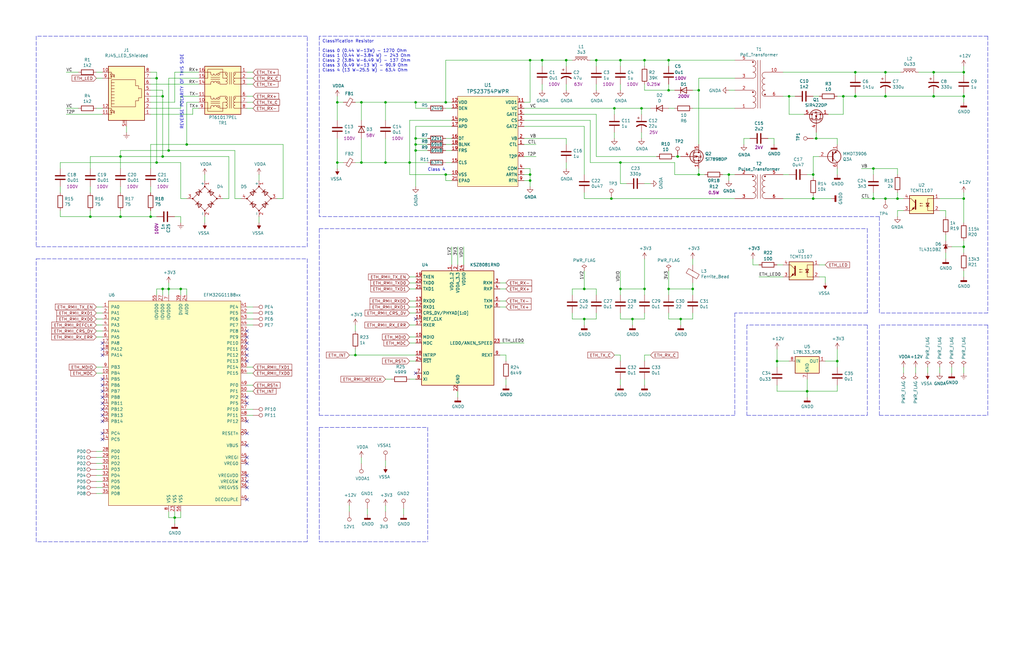
<source format=kicad_sch>
(kicad_sch (version 20211123) (generator eeschema)
  (paper "B")
  (title_block (title "Power Over Ethernet Chassis") (rev "1") (company "Alex Crawford"))
  (junction (at 261.62 25.4))
  (junction (at 266.7 134.62))
  (junction (at 66.04 33.02))
  (junction (at 149.86 149.86))
  (junction (at 281.94 25.4))
  (junction (at 373.38 40.64))
  (junction (at 172.72 68.58))
  (junction (at 360.68 40.64))
  (junction (at 307.34 73.66))
  (junction (at 344.17 58.42))
  (junction (at 162.56 43.18))
  (junction (at 175.26 58.42))
  (junction (at 406.4 104.14))
  (junction (at 360.68 30.48))
  (junction (at 68.58 40.64))
  (junction (at 175.26 60.96))
  (junction (at 73.66 218.44))
  (junction (at 285.75 66.04))
  (junction (at 271.78 121.92))
  (junction (at 238.76 25.4))
  (junction (at 63.5 91.44))
  (junction (at 332.74 40.64))
  (junction (at 142.24 43.18))
  (junction (at 223.52 73.66))
  (junction (at 261.62 68.58))
  (junction (at 246.38 134.62))
  (junction (at 270.51 45.72))
  (junction (at 340.36 165.1))
  (junction (at 281.94 121.92))
  (junction (at 368.3 83.82))
  (junction (at 393.7 30.48))
  (junction (at 71.12 121.92))
  (junction (at 287.02 134.62))
  (junction (at 378.46 83.82))
  (junction (at 261.62 121.92))
  (junction (at 187.96 43.18))
  (junction (at 66.04 68.58))
  (junction (at 68.58 66.04))
  (junction (at 162.56 68.58))
  (junction (at 142.24 68.58))
  (junction (at 353.06 152.4))
  (junction (at 406.4 83.82))
  (junction (at 187.96 73.66))
  (junction (at 223.52 25.4))
  (junction (at 50.8 66.04))
  (junction (at 175.26 43.18))
  (junction (at 271.78 25.4))
  (junction (at 175.26 63.5))
  (junction (at 78.74 60.96))
  (junction (at 71.12 63.5))
  (junction (at 342.9 83.82))
  (junction (at 228.6 25.4))
  (junction (at 406.4 30.48))
  (junction (at 355.6 40.64))
  (junction (at 281.94 38.1))
  (junction (at 342.9 73.66))
  (junction (at 223.52 76.2))
  (junction (at 373.38 30.48))
  (junction (at 294.64 38.1))
  (junction (at 68.58 121.92))
  (junction (at 327.66 152.4))
  (junction (at 76.2 121.92))
  (junction (at 50.8 91.44))
  (junction (at 38.1 91.44))
  (junction (at 294.64 73.66))
  (junction (at 152.4 43.18))
  (junction (at 251.46 25.4))
  (junction (at 246.38 121.92))
  (junction (at 393.7 40.64))
  (junction (at 368.3 71.12))
  (junction (at 259.08 45.72))
  (junction (at 373.38 83.82))
  (junction (at 292.1 121.92))
  (junction (at 406.4 40.64))
  (junction (at 152.4 68.58))
  (junction (at 257.81 83.82))
  (no_connect (at 104.14 142.24))
  (no_connect (at 104.14 187.96))
  (no_connect (at 175.26 134.62))
  (no_connect (at 43.18 185.42))
  (no_connect (at 104.14 152.4))
  (no_connect (at 43.18 162.56))
  (no_connect (at 43.18 165.1))
  (no_connect (at 104.14 200.66))
  (no_connect (at 43.18 182.88))
  (no_connect (at 104.14 210.82))
  (no_connect (at 104.14 147.32))
  (no_connect (at 43.18 167.64))
  (no_connect (at 104.14 193.04))
  (no_connect (at 104.14 170.18))
  (no_connect (at 43.18 175.26))
  (no_connect (at 43.18 160.02))
  (no_connect (at 104.14 167.64))
  (no_connect (at 104.14 205.74))
  (no_connect (at 104.14 144.78))
  (no_connect (at 104.14 139.7))
  (no_connect (at 43.18 172.72))
  (no_connect (at 175.26 157.48))
  (no_connect (at 43.18 170.18))
  (no_connect (at 43.18 149.86))
  (no_connect (at 104.14 182.88))
  (no_connect (at 43.18 177.8))
  (no_connect (at 104.14 203.2))
  (no_connect (at 43.18 144.78))
  (no_connect (at 104.14 149.86))
  (no_connect (at 104.14 177.8))
  (no_connect (at 43.18 147.32))
  (no_connect (at 104.14 195.58))
  (wire (pts (xy 193.04 104.14) (xy 193.04 111.76)))
  (wire (pts (xy 330.2 30.48) (xy 360.68 30.48)))
  (wire (pts (xy 228.6 25.4) (xy 228.6 27.94)))
  (wire (pts (xy 63.5 38.1) (xy 68.58 38.1)))
  (wire (pts (xy 294.64 73.66) (xy 297.18 73.66)))
  (wire (pts (xy 271.78 121.92) (xy 271.78 124.46)))
  (wire (pts (xy 106.68 165.1) (xy 104.14 165.1)))
  (wire (pts (xy 261.62 25.4) (xy 261.62 27.94)))
  (wire (pts (xy 81.28 48.26) (xy 81.28 45.72)))
  (wire (pts (xy 63.5 78.74) (xy 63.5 81.28)))
  (wire (pts (xy 63.5 43.18) (xy 73.66 43.18)))
  (wire (pts (xy 393.7 40.64) (xy 406.4 40.64)))
  (wire (pts (xy 68.58 121.92) (xy 71.12 121.92)))
  (wire (pts (xy 93.98 83.82) (xy 96.52 83.82)))
  (wire (pts (xy 175.26 63.5) (xy 175.26 78.74)))
  (wire (pts (xy 261.62 162.56) (xy 261.62 160.02)))
  (wire (pts (xy 142.24 58.42) (xy 142.24 68.58)))
  (wire (pts (xy 378.46 83.82) (xy 378.46 81.28)))
  (wire (pts (xy 78.74 121.92) (xy 78.74 124.46)))
  (wire (pts (xy 270.51 55.88) (xy 270.51 58.42)))
  (wire (pts (xy 261.62 77.47) (xy 264.16 77.47)))
  (wire (pts (xy 213.36 129.54) (xy 210.82 129.54)))
  (wire (pts (xy 271.78 27.94) (xy 271.78 25.4)))
  (wire (pts (xy 162.56 194.31) (xy 162.56 196.85)))
  (wire (pts (xy 261.62 121.92) (xy 271.78 121.92)))
  (wire (pts (xy 261.62 149.86) (xy 261.62 152.4)))
  (wire (pts (xy 104.14 137.16) (xy 106.68 137.16)))
  (wire (pts (xy 287.02 134.62) (xy 292.1 134.62)))
  (wire (pts (xy 172.72 144.78) (xy 175.26 144.78)))
  (wire (pts (xy 76.2 40.64) (xy 83.82 40.64)))
  (wire (pts (xy 304.8 73.66) (xy 307.34 73.66)))
  (wire (pts (xy 406.4 30.48) (xy 406.4 27.94)))
  (wire (pts (xy 332.74 40.64) (xy 335.28 40.64)))
  (wire (pts (xy 378.46 83.82) (xy 381 83.82)))
  (wire (pts (xy 261.62 68.58) (xy 284.48 68.58)))
  (wire (pts (xy 327.66 165.1) (xy 340.36 165.1)))
  (wire (pts (xy 281.94 25.4) (xy 309.88 25.4)))
  (wire (pts (xy 40.64 139.7) (xy 43.18 139.7)))
  (wire (pts (xy 373.38 40.64) (xy 393.7 40.64)))
  (polyline (pts (xy 370.84 175.26) (xy 416.56 175.26)))
  (wire (pts (xy 261.62 68.58) (xy 261.62 77.47)))
  (wire (pts (xy 251.46 121.92) (xy 251.46 124.46)))
  (wire (pts (xy 251.46 48.26) (xy 220.98 48.26)))
  (wire (pts (xy 40.64 200.66) (xy 43.18 200.66)))
  (wire (pts (xy 353.06 73.66) (xy 353.06 71.12)))
  (wire (pts (xy 396.24 88.9) (xy 398.78 88.9)))
  (wire (pts (xy 238.76 25.4) (xy 238.76 27.94)))
  (wire (pts (xy 281.94 27.94) (xy 281.94 25.4)))
  (wire (pts (xy 292.1 109.22) (xy 292.1 111.76)))
  (wire (pts (xy 66.04 68.58) (xy 76.2 68.58)))
  (wire (pts (xy 220.98 76.2) (xy 223.52 76.2)))
  (polyline (pts (xy 370.84 91.44) (xy 134.62 91.44)))
  (wire (pts (xy 246.38 53.34) (xy 246.38 73.66)))
  (wire (pts (xy 396.24 157.48) (xy 396.24 154.94)))
  (wire (pts (xy 398.78 106.68) (xy 398.78 109.22)))
  (wire (pts (xy 360.68 39.37) (xy 360.68 40.64)))
  (wire (pts (xy 220.98 43.18) (xy 223.52 43.18)))
  (wire (pts (xy 340.36 165.1) (xy 353.06 165.1)))
  (wire (pts (xy 241.3 124.46) (xy 241.3 121.92)))
  (wire (pts (xy 292.1 134.62) (xy 292.1 132.08)))
  (wire (pts (xy 175.26 63.5) (xy 175.26 60.96)))
  (polyline (pts (xy 416.56 15.24) (xy 134.62 15.24)))
  (polyline (pts (xy 134.62 96.52) (xy 134.62 175.26)))
  (wire (pts (xy 257.81 83.82) (xy 246.38 83.82)))
  (wire (pts (xy 172.72 137.16) (xy 175.26 137.16)))
  (wire (pts (xy 104.14 132.08) (xy 106.68 132.08)))
  (wire (pts (xy 73.66 218.44) (xy 73.66 220.98)))
  (wire (pts (xy 78.74 43.18) (xy 78.74 60.96)))
  (polyline (pts (xy 180.34 180.34) (xy 180.34 228.6)))
  (wire (pts (xy 162.56 50.8) (xy 162.56 43.18)))
  (wire (pts (xy 228.6 38.1) (xy 228.6 35.56)))
  (wire (pts (xy 104.14 154.94) (xy 106.68 154.94)))
  (wire (pts (xy 353.06 58.42) (xy 353.06 60.96)))
  (wire (pts (xy 307.34 76.2) (xy 307.34 73.66)))
  (wire (pts (xy 210.82 149.86) (xy 213.36 149.86)))
  (wire (pts (xy 223.52 78.74) (xy 223.52 76.2)))
  (polyline (pts (xy 309.88 132.08) (xy 309.88 175.26)))
  (wire (pts (xy 172.72 127) (xy 175.26 127)))
  (wire (pts (xy 71.12 121.92) (xy 76.2 121.92)))
  (wire (pts (xy 40.64 193.04) (xy 43.18 193.04)))
  (wire (pts (xy 25.4 91.44) (xy 38.1 91.44)))
  (wire (pts (xy 281.94 38.1) (xy 284.48 38.1)))
  (wire (pts (xy 149.86 149.86) (xy 149.86 147.32)))
  (wire (pts (xy 378.46 73.66) (xy 378.46 71.12)))
  (wire (pts (xy 104.14 134.62) (xy 106.68 134.62)))
  (polyline (pts (xy 416.56 137.16) (xy 370.84 137.16)))
  (polyline (pts (xy 416.56 175.26) (xy 416.56 137.16)))
  (wire (pts (xy 76.2 91.44) (xy 76.2 93.98)))
  (wire (pts (xy 360.68 30.48) (xy 373.38 30.48)))
  (wire (pts (xy 154.94 217.17) (xy 154.94 214.63)))
  (wire (pts (xy 27.94 48.26) (xy 43.18 48.26)))
  (wire (pts (xy 220.98 53.34) (xy 246.38 53.34)))
  (wire (pts (xy 152.4 50.8) (xy 152.4 43.18)))
  (wire (pts (xy 187.96 68.58) (xy 190.5 68.58)))
  (wire (pts (xy 104.14 175.26) (xy 106.68 175.26)))
  (wire (pts (xy 104.14 129.54) (xy 106.68 129.54)))
  (wire (pts (xy 63.5 33.02) (xy 66.04 33.02)))
  (wire (pts (xy 53.34 53.34) (xy 53.34 55.88)))
  (polyline (pts (xy 15.24 228.6) (xy 15.24 109.22)))
  (wire (pts (xy 162.56 160.02) (xy 165.1 160.02)))
  (wire (pts (xy 162.56 58.42) (xy 162.56 68.58)))
  (wire (pts (xy 109.22 93.98) (xy 109.22 91.44)))
  (wire (pts (xy 99.06 83.82) (xy 99.06 63.5)))
  (wire (pts (xy 271.78 160.02) (xy 271.78 162.56)))
  (wire (pts (xy 172.72 142.24) (xy 175.26 142.24)))
  (wire (pts (xy 142.24 43.18) (xy 144.78 43.18)))
  (wire (pts (xy 68.58 124.46) (xy 68.58 121.92)))
  (wire (pts (xy 40.64 137.16) (xy 43.18 137.16)))
  (wire (pts (xy 327.66 152.4) (xy 332.74 152.4)))
  (wire (pts (xy 63.5 35.56) (xy 83.82 35.56)))
  (wire (pts (xy 271.78 35.56) (xy 271.78 38.1)))
  (wire (pts (xy 104.14 43.18) (xy 106.68 43.18)))
  (wire (pts (xy 281.94 134.62) (xy 287.02 134.62)))
  (wire (pts (xy 73.66 215.9) (xy 73.66 218.44)))
  (wire (pts (xy 187.96 25.4) (xy 187.96 43.18)))
  (wire (pts (xy 172.72 121.92) (xy 175.26 121.92)))
  (wire (pts (xy 353.06 165.1) (xy 353.06 162.56)))
  (wire (pts (xy 406.4 83.82) (xy 406.4 81.28)))
  (wire (pts (xy 251.46 27.94) (xy 251.46 25.4)))
  (wire (pts (xy 142.24 43.18) (xy 142.24 50.8)))
  (wire (pts (xy 344.17 55.88) (xy 344.17 58.42)))
  (wire (pts (xy 281.94 121.92) (xy 292.1 121.92)))
  (wire (pts (xy 210.82 144.78) (xy 220.98 144.78)))
  (wire (pts (xy 373.38 39.37) (xy 373.38 40.64)))
  (wire (pts (xy 259.08 48.26) (xy 259.08 45.72)))
  (wire (pts (xy 66.04 33.02) (xy 66.04 68.58)))
  (polyline (pts (xy 15.24 109.22) (xy 129.54 109.22)))
  (wire (pts (xy 187.96 43.18) (xy 190.5 43.18)))
  (wire (pts (xy 294.64 38.1) (xy 294.64 33.02)))
  (wire (pts (xy 119.38 60.96) (xy 119.38 83.82)))
  (wire (pts (xy 323.85 58.42) (xy 326.39 58.42)))
  (wire (pts (xy 330.2 116.84) (xy 320.04 116.84)))
  (wire (pts (xy 172.72 68.58) (xy 180.34 68.58)))
  (wire (pts (xy 50.8 88.9) (xy 50.8 91.44)))
  (wire (pts (xy 116.84 83.82) (xy 119.38 83.82)))
  (wire (pts (xy 261.62 134.62) (xy 266.7 134.62)))
  (wire (pts (xy 187.96 63.5) (xy 190.5 63.5)))
  (wire (pts (xy 406.4 104.14) (xy 406.4 101.6)))
  (wire (pts (xy 172.72 50.8) (xy 172.72 68.58)))
  (wire (pts (xy 276.86 66.04) (xy 251.46 66.04)))
  (wire (pts (xy 393.7 30.48) (xy 393.7 31.75)))
  (wire (pts (xy 226.06 60.96) (xy 220.98 60.96)))
  (wire (pts (xy 172.72 116.84) (xy 175.26 116.84)))
  (wire (pts (xy 307.34 38.1) (xy 309.88 38.1)))
  (wire (pts (xy 309.88 83.82) (xy 257.81 83.82)))
  (wire (pts (xy 149.86 139.7) (xy 149.86 137.16)))
  (wire (pts (xy 342.9 73.66) (xy 342.9 74.93)))
  (wire (pts (xy 152.4 68.58) (xy 149.86 68.58)))
  (wire (pts (xy 228.6 25.4) (xy 223.52 25.4)))
  (wire (pts (xy 162.56 68.58) (xy 172.72 68.58)))
  (wire (pts (xy 175.26 43.18) (xy 162.56 43.18)))
  (wire (pts (xy 190.5 76.2) (xy 187.96 76.2)))
  (wire (pts (xy 398.78 101.6) (xy 398.78 99.06)))
  (wire (pts (xy 355.6 40.64) (xy 355.6 48.26)))
  (wire (pts (xy 353.06 147.32) (xy 353.06 152.4)))
  (wire (pts (xy 175.26 43.18) (xy 175.26 45.72)))
  (wire (pts (xy 40.64 134.62) (xy 43.18 134.62)))
  (wire (pts (xy 271.78 109.22) (xy 271.78 121.92)))
  (wire (pts (xy 406.4 83.82) (xy 406.4 93.98)))
  (wire (pts (xy 285.75 66.04) (xy 284.48 66.04)))
  (wire (pts (xy 259.08 55.88) (xy 259.08 58.42)))
  (wire (pts (xy 345.44 111.76) (xy 347.98 111.76)))
  (wire (pts (xy 71.12 218.44) (xy 73.66 218.44)))
  (wire (pts (xy 76.2 121.92) (xy 78.74 121.92)))
  (wire (pts (xy 292.1 45.72) (xy 309.88 45.72)))
  (wire (pts (xy 330.2 73.66) (xy 332.74 73.66)))
  (wire (pts (xy 172.72 119.38) (xy 175.26 119.38)))
  (wire (pts (xy 38.1 66.04) (xy 38.1 71.12)))
  (wire (pts (xy 213.36 127) (xy 210.82 127)))
  (wire (pts (xy 40.64 132.08) (xy 43.18 132.08)))
  (wire (pts (xy 406.4 30.48) (xy 406.4 31.75)))
  (wire (pts (xy 223.52 71.12) (xy 223.52 73.66)))
  (wire (pts (xy 142.24 71.12) (xy 142.24 68.58)))
  (wire (pts (xy 71.12 33.02) (xy 71.12 63.5)))
  (polyline (pts (xy 365.76 137.16) (xy 365.76 175.26)))
  (wire (pts (xy 261.62 114.3) (xy 261.62 121.92)))
  (wire (pts (xy 106.68 162.56) (xy 104.14 162.56)))
  (wire (pts (xy 175.26 60.96) (xy 175.26 58.42)))
  (wire (pts (xy 73.66 30.48) (xy 83.82 30.48)))
  (wire (pts (xy 190.5 73.66) (xy 187.96 73.66)))
  (wire (pts (xy 71.12 63.5) (xy 99.06 63.5)))
  (wire (pts (xy 228.6 25.4) (xy 238.76 25.4)))
  (wire (pts (xy 76.2 215.9) (xy 76.2 218.44)))
  (wire (pts (xy 313.69 58.42) (xy 313.69 60.96)))
  (polyline (pts (xy 134.62 96.52) (xy 365.76 96.52)))
  (wire (pts (xy 223.52 73.66) (xy 220.98 73.66)))
  (wire (pts (xy 387.35 30.48) (xy 393.7 30.48)))
  (wire (pts (xy 246.38 134.62) (xy 241.3 134.62)))
  (wire (pts (xy 355.6 48.26) (xy 349.25 48.26)))
  (wire (pts (xy 175.26 149.86) (xy 149.86 149.86)))
  (wire (pts (xy 251.46 134.62) (xy 246.38 134.62)))
  (wire (pts (xy 355.6 40.64) (xy 360.68 40.64)))
  (wire (pts (xy 187.96 45.72) (xy 190.5 45.72)))
  (wire (pts (xy 76.2 124.46) (xy 76.2 121.92)))
  (polyline (pts (xy 134.62 175.26) (xy 309.88 175.26)))
  (wire (pts (xy 149.86 43.18) (xy 152.4 43.18)))
  (wire (pts (xy 104.14 157.48) (xy 106.68 157.48)))
  (wire (pts (xy 292.1 38.1) (xy 294.64 38.1)))
  (wire (pts (xy 81.28 45.72) (xy 83.82 45.72)))
  (wire (pts (xy 248.92 68.58) (xy 261.62 68.58)))
  (wire (pts (xy 292.1 121.92) (xy 292.1 124.46)))
  (wire (pts (xy 63.5 91.44) (xy 66.04 91.44)))
  (wire (pts (xy 406.4 104.14) (xy 406.4 106.68)))
  (wire (pts (xy 40.64 142.24) (xy 43.18 142.24)))
  (wire (pts (xy 259.08 45.72) (xy 270.51 45.72)))
  (wire (pts (xy 175.26 53.34) (xy 190.5 53.34)))
  (wire (pts (xy 63.5 88.9) (xy 63.5 91.44)))
  (wire (pts (xy 147.32 215.9) (xy 147.32 213.36)))
  (wire (pts (xy 340.36 165.1) (xy 340.36 167.64)))
  (wire (pts (xy 40.64 154.94) (xy 43.18 154.94)))
  (wire (pts (xy 152.4 195.58) (xy 152.4 193.04)))
  (wire (pts (xy 287.02 66.04) (xy 285.75 66.04)))
  (wire (pts (xy 50.8 66.04) (xy 68.58 66.04)))
  (wire (pts (xy 68.58 40.64) (xy 68.58 66.04)))
  (wire (pts (xy 248.92 50.8) (xy 248.92 68.58)))
  (wire (pts (xy 172.72 129.54) (xy 175.26 129.54)))
  (wire (pts (xy 271.78 25.4) (xy 281.94 25.4)))
  (wire (pts (xy 104.14 40.64) (xy 106.68 40.64)))
  (wire (pts (xy 381 157.48) (xy 381 154.94)))
  (wire (pts (xy 281.94 45.72) (xy 284.48 45.72)))
  (wire (pts (xy 350.52 83.82) (xy 342.9 83.82)))
  (wire (pts (xy 71.12 121.92) (xy 71.12 119.38)))
  (wire (pts (xy 401.32 157.48) (xy 401.32 154.94)))
  (wire (pts (xy 96.52 66.04) (xy 96.52 83.82)))
  (wire (pts (xy 238.76 58.42) (xy 220.98 58.42)))
  (wire (pts (xy 251.46 66.04) (xy 251.46 48.26)))
  (wire (pts (xy 162.56 215.9) (xy 162.56 213.36)))
  (wire (pts (xy 332.74 48.26) (xy 332.74 40.64)))
  (wire (pts (xy 378.46 88.9) (xy 381 88.9)))
  (wire (pts (xy 50.8 63.5) (xy 71.12 63.5)))
  (wire (pts (xy 360.68 40.64) (xy 373.38 40.64)))
  (wire (pts (xy 152.4 43.18) (xy 162.56 43.18)))
  (wire (pts (xy 327.66 147.32) (xy 327.66 152.4)))
  (wire (pts (xy 175.26 43.18) (xy 187.96 43.18)))
  (wire (pts (xy 353.06 154.94) (xy 353.06 152.4)))
  (wire (pts (xy 213.36 119.38) (xy 210.82 119.38)))
  (wire (pts (xy 68.58 40.64) (xy 63.5 40.64)))
  (wire (pts (xy 71.12 215.9) (xy 71.12 218.44)))
  (wire (pts (xy 172.72 68.58) (xy 172.72 73.66)))
  (wire (pts (xy 38.1 88.9) (xy 38.1 91.44)))
  (wire (pts (xy 281.94 121.92) (xy 281.94 114.3)))
  (wire (pts (xy 393.7 40.64) (xy 393.7 39.37)))
  (wire (pts (xy 373.38 83.82) (xy 378.46 83.82)))
  (wire (pts (xy 27.94 30.48) (xy 33.02 30.48)))
  (wire (pts (xy 342.9 58.42) (xy 344.17 58.42)))
  (wire (pts (xy 270.51 48.26) (xy 270.51 45.72)))
  (wire (pts (xy 40.64 208.28) (xy 43.18 208.28)))
  (wire (pts (xy 40.64 203.2) (xy 43.18 203.2)))
  (wire (pts (xy 316.23 58.42) (xy 313.69 58.42)))
  (wire (pts (xy 25.4 71.12) (xy 25.4 68.58)))
  (wire (pts (xy 223.52 76.2) (xy 223.52 73.66)))
  (wire (pts (xy 104.14 30.48) (xy 106.68 30.48)))
  (wire (pts (xy 391.16 157.48) (xy 391.16 154.94)))
  (wire (pts (xy 63.5 48.26) (xy 81.28 48.26)))
  (wire (pts (xy 317.5 111.76) (xy 320.04 111.76)))
  (wire (pts (xy 368.3 71.12) (xy 368.3 73.66)))
  (wire (pts (xy 326.39 58.42) (xy 326.39 60.96)))
  (wire (pts (xy 271.78 152.4) (xy 271.78 149.86)))
  (wire (pts (xy 353.06 152.4) (xy 347.98 152.4)))
  (polyline (pts (xy 15.24 104.14) (xy 129.54 104.14)))
  (wire (pts (xy 172.72 73.66) (xy 187.96 73.66)))
  (wire (pts (xy 353.06 40.64) (xy 355.6 40.64)))
  (wire (pts (xy 292.1 121.92) (xy 292.1 119.38)))
  (wire (pts (xy 40.64 45.72) (xy 43.18 45.72)))
  (wire (pts (xy 271.78 134.62) (xy 271.78 132.08)))
  (wire (pts (xy 294.64 71.12) (xy 294.64 73.66)))
  (wire (pts (xy 78.74 60.96) (xy 119.38 60.96)))
  (wire (pts (xy 271.78 149.86) (xy 274.32 149.86)))
  (wire (pts (xy 373.38 31.75) (xy 373.38 30.48)))
  (wire (pts (xy 152.4 58.42) (xy 152.4 68.58)))
  (polyline (pts (xy 129.54 228.6) (xy 15.24 228.6)))
  (wire (pts (xy 248.92 25.4) (xy 251.46 25.4)))
  (wire (pts (xy 396.24 83.82) (xy 406.4 83.82)))
  (wire (pts (xy 251.46 35.56) (xy 251.46 38.1)))
  (wire (pts (xy 27.94 45.72) (xy 33.02 45.72)))
  (wire (pts (xy 25.4 78.74) (xy 25.4 81.28)))
  (wire (pts (xy 284.48 73.66) (xy 294.64 73.66)))
  (wire (pts (xy 180.34 60.96) (xy 175.26 60.96)))
  (wire (pts (xy 281.94 124.46) (xy 281.94 121.92)))
  (polyline (pts (xy 129.54 15.24) (xy 15.24 15.24)))
  (wire (pts (xy 344.17 58.42) (xy 353.06 58.42)))
  (wire (pts (xy 66.04 121.92) (xy 68.58 121.92)))
  (wire (pts (xy 104.14 45.72) (xy 106.68 45.72)))
  (polyline (pts (xy 129.54 104.14) (xy 129.54 15.24)))
  (polyline (pts (xy 129.54 109.22) (xy 129.54 228.6)))
  (wire (pts (xy 307.34 73.66) (xy 309.88 73.66)))
  (wire (pts (xy 109.22 76.2) (xy 109.22 73.66)))
  (wire (pts (xy 40.64 157.48) (xy 43.18 157.48)))
  (polyline (pts (xy 370.84 91.44) (xy 370.84 132.08)))
  (wire (pts (xy 63.5 45.72) (xy 76.2 45.72)))
  (polyline (pts (xy 365.76 137.16) (xy 314.96 137.16)))
  (wire (pts (xy 144.78 68.58) (xy 142.24 68.58)))
  (wire (pts (xy 270.51 45.72) (xy 274.32 45.72)))
  (wire (pts (xy 162.56 68.58) (xy 152.4 68.58)))
  (polyline (pts (xy 15.24 15.24) (xy 15.24 104.14)))
  (wire (pts (xy 281.94 132.08) (xy 281.94 134.62)))
  (polyline (pts (xy 134.62 228.6) (xy 180.34 228.6)))
  (wire (pts (xy 38.1 91.44) (xy 50.8 91.44)))
  (wire (pts (xy 213.36 162.56) (xy 213.36 160.02)))
  (wire (pts (xy 50.8 91.44) (xy 63.5 91.44)))
  (wire (pts (xy 172.72 152.4) (xy 175.26 152.4)))
  (wire (pts (xy 172.72 132.08) (xy 175.26 132.08)))
  (wire (pts (xy 406.4 43.18) (xy 406.4 40.64)))
  (wire (pts (xy 213.36 121.92) (xy 210.82 121.92)))
  (wire (pts (xy 261.62 132.08) (xy 261.62 134.62)))
  (wire (pts (xy 261.62 124.46) (xy 261.62 121.92)))
  (wire (pts (xy 187.96 73.66) (xy 187.96 76.2)))
  (wire (pts (xy 261.62 25.4) (xy 271.78 25.4)))
  (wire (pts (xy 271.78 77.47) (xy 274.32 77.47)))
  (wire (pts (xy 342.9 73.66) (xy 342.9 66.04)))
  (wire (pts (xy 193.04 167.64) (xy 193.04 165.1)))
  (wire (pts (xy 83.82 33.02) (xy 71.12 33.02)))
  (wire (pts (xy 238.76 71.12) (xy 238.76 68.58)))
  (wire (pts (xy 238.76 25.4) (xy 241.3 25.4)))
  (polyline (pts (xy 365.76 132.08) (xy 309.88 132.08)))
  (wire (pts (xy 238.76 35.56) (xy 238.76 38.1)))
  (wire (pts (xy 213.36 149.86) (xy 213.36 152.4)))
  (wire (pts (xy 342.9 83.82) (xy 342.9 82.55)))
  (polyline (pts (xy 134.62 180.34) (xy 134.62 228.6)))
  (wire (pts (xy 246.38 137.16) (xy 246.38 134.62)))
  (wire (pts (xy 251.46 132.08) (xy 251.46 134.62)))
  (wire (pts (xy 86.36 93.98) (xy 86.36 91.44)))
  (wire (pts (xy 25.4 68.58) (xy 66.04 68.58)))
  (wire (pts (xy 246.38 114.3) (xy 246.38 121.92)))
  (wire (pts (xy 332.74 48.26) (xy 339.09 48.26)))
  (wire (pts (xy 342.9 40.64) (xy 345.44 40.64)))
  (wire (pts (xy 66.04 121.92) (xy 66.04 124.46)))
  (wire (pts (xy 180.34 63.5) (xy 175.26 63.5)))
  (wire (pts (xy 78.74 83.82) (xy 76.2 83.82)))
  (wire (pts (xy 220.98 50.8) (xy 248.92 50.8)))
  (wire (pts (xy 175.26 45.72) (xy 180.34 45.72)))
  (wire (pts (xy 40.64 198.12) (xy 43.18 198.12)))
  (wire (pts (xy 368.3 83.82) (xy 368.3 81.28)))
  (wire (pts (xy 25.4 88.9) (xy 25.4 91.44)))
  (polyline (pts (xy 416.56 15.24) (xy 416.56 132.08)))
  (wire (pts (xy 340.36 160.02) (xy 340.36 165.1)))
  (wire (pts (xy 294.64 33.02) (xy 309.88 33.02)))
  (wire (pts (xy 393.7 30.48) (xy 406.4 30.48)))
  (wire (pts (xy 281.94 35.56) (xy 281.94 38.1)))
  (wire (pts (xy 170.18 217.17) (xy 170.18 214.63)))
  (wire (pts (xy 246.38 121.92) (xy 251.46 121.92)))
  (wire (pts (xy 363.22 71.12) (xy 368.3 71.12)))
  (wire (pts (xy 330.2 83.82) (xy 342.9 83.82)))
  (wire (pts (xy 76.2 45.72) (xy 76.2 40.64)))
  (wire (pts (xy 266.7 134.62) (xy 271.78 134.62)))
  (wire (pts (xy 40.64 195.58) (xy 43.18 195.58)))
  (wire (pts (xy 66.04 30.48) (xy 63.5 30.48)))
  (wire (pts (xy 38.1 78.74) (xy 38.1 81.28)))
  (wire (pts (xy 241.3 121.92) (xy 246.38 121.92)))
  (wire (pts (xy 220.98 45.72) (xy 259.08 45.72)))
  (wire (pts (xy 66.04 33.02) (xy 66.04 30.48)))
  (wire (pts (xy 317.5 109.22) (xy 317.5 111.76)))
  (wire (pts (xy 50.8 66.04) (xy 50.8 71.12)))
  (wire (pts (xy 104.14 33.02) (xy 106.68 33.02)))
  (polyline (pts (xy 416.56 132.08) (xy 370.84 132.08)))
  (wire (pts (xy 368.3 83.82) (xy 373.38 83.82)))
  (wire (pts (xy 86.36 76.2) (xy 86.36 73.66)))
  (wire (pts (xy 187.96 60.96) (xy 190.5 60.96)))
  (wire (pts (xy 76.2 83.82) (xy 76.2 68.58)))
  (wire (pts (xy 406.4 154.94) (xy 406.4 157.48)))
  (wire (pts (xy 284.48 68.58) (xy 284.48 73.66)))
  (wire (pts (xy 360.68 31.75) (xy 360.68 30.48)))
  (wire (pts (xy 266.7 134.62) (xy 266.7 137.16)))
  (wire (pts (xy 398.78 88.9) (xy 398.78 91.44)))
  (wire (pts (xy 104.14 172.72) (xy 106.68 172.72)))
  (wire (pts (xy 40.64 190.5) (xy 43.18 190.5)))
  (wire (pts (xy 38.1 66.04) (xy 50.8 66.04)))
  (wire (pts (xy 223.52 25.4) (xy 223.52 43.18)))
  (wire (pts (xy 261.62 35.56) (xy 261.62 38.1)))
  (wire (pts (xy 172.72 160.02) (xy 175.26 160.02)))
  (wire (pts (xy 241.3 134.62) (xy 241.3 132.08)))
  (wire (pts (xy 246.38 81.28) (xy 246.38 83.82)))
  (wire (pts (xy 50.8 63.5) (xy 50.8 66.04)))
  (wire (pts (xy 287.02 134.62) (xy 287.02 137.16)))
  (wire (pts (xy 238.76 60.96) (xy 238.76 58.42)))
  (wire (pts (xy 40.64 30.48) (xy 43.18 30.48)))
  (wire (pts (xy 368.3 71.12) (xy 378.46 71.12)))
  (wire (pts (xy 220.98 66.04) (xy 226.06 66.04)))
  (wire (pts (xy 330.2 40.64) (xy 332.74 40.64)))
  (wire (pts (xy 259.08 149.86) (xy 261.62 149.86)))
  (polyline (pts (xy 134.62 15.24) (xy 134.62 91.44)))
  (wire (pts (xy 68.58 66.04) (xy 96.52 66.04)))
  (wire (pts (xy 40.64 205.74) (xy 43.18 205.74)))
  (wire (pts (xy 71.12 124.46) (xy 71.12 121.92)))
  (wire (pts (xy 195.58 104.14) (xy 195.58 111.76)))
  (wire (pts (xy 347.98 116.84) (xy 347.98 119.38)))
  (wire (pts (xy 340.36 73.66) (xy 342.9 73.66)))
  (wire (pts (xy 73.66 91.44) (xy 76.2 91.44)))
  (wire (pts (xy 342.9 66.04) (xy 345.44 66.04)))
  (wire (pts (xy 180.34 58.42) (xy 175.26 58.42)))
  (wire (pts (xy 378.46 88.9) (xy 378.46 91.44)))
  (wire (pts (xy 294.64 38.1) (xy 294.64 60.96)))
  (wire (pts (xy 175.26 53.34) (xy 175.26 58.42)))
  (wire (pts (xy 73.66 43.18) (xy 73.66 30.48)))
  (wire (pts (xy 251.46 25.4) (xy 261.62 25.4)))
  (wire (pts (xy 187.96 25.4) (xy 223.52 25.4)))
  (wire (pts (xy 43.18 33.02) (xy 40.64 33.02)))
  (wire (pts (xy 368.3 83.82) (xy 363.22 83.82)))
  (wire (pts (xy 104.14 35.56) (xy 106.68 35.56)))
  (wire (pts (xy 63.5 60.96) (xy 78.74 60.96)))
  (wire (pts (xy 187.96 58.42) (xy 190.5 58.42)))
  (wire (pts (xy 386.08 157.48) (xy 386.08 154.94)))
  (wire (pts (xy 271.78 38.1) (xy 281.94 38.1)))
  (wire (pts (xy 379.73 30.48) (xy 373.38 30.48)))
  (wire (pts (xy 406.4 40.64) (xy 406.4 39.37)))
  (wire (pts (xy 401.32 104.14) (xy 406.4 104.14)))
  (wire (pts (xy 327.66 162.56) (xy 327.66 165.1)))
  (wire (pts (xy 83.82 43.18) (xy 78.74 43.18)))
  (wire (pts (xy 50.8 78.74) (xy 50.8 81.28)))
  (polyline (pts (xy 314.96 175.26) (xy 365.76 175.26)))
  (wire (pts (xy 190.5 104.14) (xy 190.5 111.76)))
  (wire (pts (xy 40.64 129.54) (xy 43.18 129.54)))
  (polyline (pts (xy 134.62 180.34) (xy 180.34 180.34)))
  (wire (pts (xy 327.66 154.94) (xy 327.66 152.4)))
  (wire (pts (xy 63.5 71.12) (xy 63.5 60.96)))
  (polyline (pts (xy 365.76 96.52) (xy 365.76 132.08)))
  (wire (pts (xy 190.5 50.8) (xy 172.72 50.8)))
  (wire (pts (xy 345.44 116.84) (xy 347.98 116.84)))
  (wire (pts (xy 101.6 83.82) (xy 99.06 83.82)))
  (wire (pts (xy 406.4 114.3) (xy 406.4 116.84)))
  (wire (pts (xy 220.98 71.12) (xy 223.52 71.12)))
  (wire (pts (xy 330.2 111.76) (xy 327.66 111.76)))
  (polyline (pts (xy 314.96 137.16) (xy 314.96 175.26)))
  (wire (pts (xy 73.66 218.44) (xy 76.2 218.44)))
  (wire (pts (xy 142.24 43.18) (xy 142.24 40.64)))
  (polyline (pts (xy 370.84 175.26) (xy 370.84 137.16)))
  (wire (pts (xy 147.32 149.86) (xy 149.86 149.86)))
  (wire (pts (xy 68.58 38.1) (xy 68.58 40.64)))
  (text "REVERSE POLARITY OF THIS SIDE" (at 77.47 54.61 90) (effects (font (size 1.27 1.27)) (justify left bottom)))
  (text "Classification Resistor\n\nClass 0 (0.44 W-13W) - 1270 Ohm\nClass 1 (0.44 W-3.84 W) - 243 Ohm\nClass 2 (3.84 W-6.49 W) - 137 Ohm\nClass 3 (6.49 W-13 W) - 90.9 Ohm\nClass 4 (13 W-25.5 W) - 63.4 Ohm" (at 135.89 30.48 0) (effects (font (size 1.27 1.27)) (justify left bottom)))
  (text "Class 4" (at 180.34 72.39 0) (effects (font (size 1.27 1.27)) (justify left bottom)))
  (label "CTL" (at 363.22 83.82 0))
  (label "VB" (at 226.06 58.42 180))
  (label "VB" (at 363.22 71.12 0))
  (label "VC" (at 27.94 45.72 0))
  (label "RX+" (at 83.82 30.48 180))
  (label "ETH_LED0" (at 320.04 116.84 0))
  (label "T2P" (at 226.06 66.04 180))
  (label "VDIO" (at 261.62 114.3 270))
  (label "CTL" (at 226.06 60.96 180))
  (label "1V2" (at 190.5 104.14 270))
  (label "3V3" (at 281.94 114.3 270))
  (label "TX-" (at 83.82 40.64 180))
  (label "1V2" (at 246.38 114.3 270))
  (label "VDIO" (at 195.58 104.14 270))
  (label "3V3" (at 193.04 104.14 270))
  (label "T2P" (at 27.94 48.26 0))
  (label "RX-" (at 83.82 35.56 180))
  (label "VC" (at 27.94 30.48 0))
  (label "ETH_LED0" (at 220.98 144.78 180))
  (label "VC" (at 226.06 45.72 180))
  (label "TX+" (at 83.82 45.72 180))
  (global_label "ETH_RMII_RXD0" (shape input) (at 172.72 127 180) (property "Intersheet References" "${INTERSHEET_REFS}" (effects hide)))
  (global_label "ETH_RMII_TXD0" (shape input) (at 106.68 157.48 0) (property "Intersheet References" "${INTERSHEET_REFS}" (effects hide)))
  (global_label "ETH_RMII_RXD1" (shape input) (at 172.72 129.54 180) (property "Intersheet References" "${INTERSHEET_REFS}" (effects hide)))
  (global_label "ETH_MDC" (shape input) (at 172.72 144.78 180) (property "Intersheet References" "${INTERSHEET_REFS}" (effects hide)))
  (global_label "ETH_RMII_TXD1" (shape input) (at 106.68 154.94 0) (property "Intersheet References" "${INTERSHEET_REFS}" (effects hide)))
  (global_label "ETH_TX_C" (shape input) (at 259.08 149.86 180) (property "Intersheet References" "${INTERSHEET_REFS}" (effects hide)))
  (global_label "ETH_RMII_TXD0" (shape input) (at 172.72 119.38 180) (property "Intersheet References" "${INTERSHEET_REFS}" (effects hide)))
  (global_label "ETH_RX-" (shape input) (at 213.36 119.38 0) (property "Intersheet References" "${INTERSHEET_REFS}" (effects hide)))
  (global_label "ETH_RMII_RX_ERR" (shape input) (at 40.64 142.24 180) (property "Intersheet References" "${INTERSHEET_REFS}" (effects hide)))
  (global_label "ETH_TX-" (shape input) (at 213.36 127 0) (property "Intersheet References" "${INTERSHEET_REFS}" (effects hide)))
  (global_label "ETH_INT" (shape input) (at 106.68 165.1 0) (property "Intersheet References" "${INTERSHEET_REFS}" (effects hide)))
  (global_label "ETH_LED" (shape input) (at 40.64 33.02 180) (property "Intersheet References" "${INTERSHEET_REFS}" (effects hide)))
  (global_label "ETH_MDC" (shape input) (at 40.64 157.48 180) (property "Intersheet References" "${INTERSHEET_REFS}" (effects hide)))
  (global_label "ETH_TX+" (shape input) (at 106.68 30.48 0) (property "Intersheet References" "${INTERSHEET_REFS}" (effects hide)))
  (global_label "ETH_RMII_REFCLK" (shape input) (at 162.56 160.02 180) (property "Intersheet References" "${INTERSHEET_REFS}" (effects hide)))
  (global_label "ETH_RX_C" (shape input) (at 274.32 149.86 0) (property "Intersheet References" "${INTERSHEET_REFS}" (effects hide)))
  (global_label "ETH_RMII_RXD1" (shape input) (at 40.64 132.08 180) (property "Intersheet References" "${INTERSHEET_REFS}" (effects hide)))
  (global_label "ETH_RMII_REFCLK" (shape input) (at 40.64 137.16 180) (property "Intersheet References" "${INTERSHEET_REFS}" (effects hide)))
  (global_label "ETH_RMII_TXD1" (shape input) (at 172.72 121.92 180) (property "Intersheet References" "${INTERSHEET_REFS}" (effects hide)))
  (global_label "ETH_TX_C" (shape input) (at 106.68 43.18 0) (property "Intersheet References" "${INTERSHEET_REFS}" (effects hide)))
  (global_label "ETH_RX+" (shape input) (at 213.36 121.92 0) (property "Intersheet References" "${INTERSHEET_REFS}" (effects hide)))
  (global_label "ETH_RMII_CRS_DV" (shape input) (at 172.72 132.08 180) (property "Intersheet References" "${INTERSHEET_REFS}" (effects hide)))
  (global_label "ETH_RX+" (shape input) (at 106.68 40.64 0) (property "Intersheet References" "${INTERSHEET_REFS}" (effects hide)))
  (global_label "ETH_RSTn" (shape input) (at 106.68 162.56 0) (property "Intersheet References" "${INTERSHEET_REFS}" (effects hide)))
  (global_label "ETH_RMII_RX_ERR" (shape input) (at 172.72 137.16 180) (property "Intersheet References" "${INTERSHEET_REFS}" (effects hide)))
  (global_label "ETH_RX-" (shape input) (at 106.68 45.72 0) (property "Intersheet References" "${INTERSHEET_REFS}" (effects hide)))
  (global_label "ETH_MDIO" (shape input) (at 172.72 142.24 180) (property "Intersheet References" "${INTERSHEET_REFS}" (effects hide)))
  (global_label "ETH_TX-" (shape input) (at 106.68 35.56 0) (property "Intersheet References" "${INTERSHEET_REFS}" (effects hide)))
  (global_label "ETH_RSTn" (shape input) (at 172.72 152.4 180) (property "Intersheet References" "${INTERSHEET_REFS}" (effects hide)))
  (global_label "ETH_RX_C" (shape input) (at 106.68 33.02 0) (property "Intersheet References" "${INTERSHEET_REFS}" (effects hide)))
  (global_label "ETH_LED" (shape input) (at 347.98 111.76 0) (property "Intersheet References" "${INTERSHEET_REFS}" (effects hide)))
  (global_label "ETH_RMII_RXD0" (shape input) (at 40.64 134.62 180) (property "Intersheet References" "${INTERSHEET_REFS}" (effects hide)))
  (global_label "ETH_RMII_CRS_DV" (shape input) (at 40.64 139.7 180) (property "Intersheet References" "${INTERSHEET_REFS}" (effects hide)))
  (global_label "ETH_RMII_TX_EN" (shape input) (at 40.64 129.54 180) (property "Intersheet References" "${INTERSHEET_REFS}" (effects hide)))
  (global_label "ETH_TX+" (shape input) (at 213.36 129.54 0) (property "Intersheet References" "${INTERSHEET_REFS}" (effects hide)))
  (global_label "ETH_INT" (shape input) (at 147.32 149.86 180) (property "Intersheet References" "${INTERSHEET_REFS}" (effects hide)))
  (global_label "ETH_RMII_TX_EN" (shape input) (at 172.72 116.84 180) (property "Intersheet References" "${INTERSHEET_REFS}" (effects hide)))
  (global_label "ETH_MDIO" (shape input) (at 40.64 154.94 180) (property "Intersheet References" "${INTERSHEET_REFS}" (effects hide)))
  (symbol (lib_id "chassis:EFM32GG11B8xx") (at 73.66 170.18 0) (unit 1)
    (property "Reference" "U6" (at 45.72 124.46 0) (effects (justify left)))
    (property "Value" "EFM32GG11B8xx" (at 101.6 124.46 0) (effects (justify right)))
    (property "Footprint" "chassis:QFP-64" (effects hide))
  )
  (symbol (lib_id "Interface_Ethernet:KSZ8081RND") (at 193.04 139.7 0) (unit 1)
    (property "Reference" "U4" (at 177.8 111.76 0) (effects (justify left)))
    (property "Value" "KSZ8081RND" (at 210.82 111.76 0) (effects (justify right)))
    (property "Footprint" "chassis:QFN-24" (effects hide))
    (property "Datasheet" "http://ww1.microchip.com/downloads/en/DeviceDoc/00002199A.pdf" (effects hide))
  )
  (symbol (lib_id "Device:R") (at 149.86 143.51 0) (unit 1)
    (property "Reference" "R23" (at 151.638 142.3416 0) (effects (justify left)))
    (property "Value" "1k" (at 151.638 144.653 0) (effects (justify left)))
    (property "Footprint" "Resistor_SMD:R_0402_1005Metric" (effects hide))
  )
  (symbol (lib_id "Device:R") (at 168.91 160.02 270) (unit 1)
    (property "Reference" "R25" (at 168.91 154.7622 90))
    (property "Value" "49R9" (at 168.91 157.0736 90))
    (property "Footprint" "Resistor_SMD:R_0402_1005Metric" (effects hide))
  )
  (symbol (lib_id "Device:R") (at 213.36 156.21 0) (unit 1)
    (property "Reference" "R24" (at 215.138 155.0416 0) (effects (justify left)))
    (property "Value" "6k49" (at 215.138 157.353 0) (effects (justify left)))
    (property "Footprint" "Resistor_SMD:R_0402_1005Metric" (effects hide))
  )
  (symbol (lib_id "chassis:RJ45_LED_SHEILDED") (at 53.34 38.1 0) (unit 1)
    (property "Reference" "J1" (at 53.34 21.1582 0))
    (property "Value" "RJ45_LED_Shielded" (at 53.34 23.4696 0))
    (property "Footprint" "chassis:RJHSE-538X" (effects hide))
  )
  (symbol (lib_id "Device:C") (at 251.46 128.27 0) (unit 1)
    (property "Reference" "C27" (at 254.381 127.1016 0) (effects (justify left)))
    (property "Value" "0u1" (at 254.381 129.413 0) (effects (justify left)))
    (property "Footprint" "Capacitor_SMD:C_0402_1005Metric" (effects hide))
  )
  (symbol (lib_id "Device:C") (at 241.3 128.27 0) (unit 1)
    (property "Reference" "C26" (at 244.221 127.1016 0) (effects (justify left)))
    (property "Value" "2u2" (at 244.221 129.413 0) (effects (justify left)))
    (property "Footprint" "Capacitor_SMD:C_0402_1005Metric" (effects hide))
  )
  (symbol (lib_id "Device:Ferrite_Bead") (at 292.1 115.57 0) (unit 1)
    (property "Reference" "L3" (at 295.5798 114.4016 0) (effects (justify left)))
    (property "Value" "Ferrite_Bead" (at 295.5798 116.713 0) (effects (justify left)))
    (property "Footprint" "Inductor_SMD:L_0402_1005Metric" (effects hide))
  )
  (symbol (lib_id "Device:C") (at 271.78 128.27 0) (unit 1)
    (property "Reference" "C29" (at 274.701 127.1016 0) (effects (justify left)))
    (property "Value" "0u1" (at 274.701 129.413 0) (effects (justify left)))
    (property "Footprint" "Capacitor_SMD:C_0402_1005Metric" (effects hide))
  )
  (symbol (lib_id "Device:C") (at 261.62 128.27 0) (unit 1)
    (property "Reference" "C28" (at 264.541 127.1016 0) (effects (justify left)))
    (property "Value" "22" (at 264.541 129.413 0) (effects (justify left)))
    (property "Footprint" "Capacitor_SMD:C_0402_1005Metric" (effects hide))
  )
  (symbol (lib_id "Device:C") (at 292.1 128.27 0) (unit 1)
    (property "Reference" "C31" (at 295.021 127.1016 0) (effects (justify left)))
    (property "Value" "0u1" (at 295.021 129.413 0) (effects (justify left)))
    (property "Footprint" "Capacitor_SMD:C_0402_1005Metric" (effects hide))
  )
  (symbol (lib_id "Device:C") (at 281.94 128.27 0) (unit 1)
    (property "Reference" "C30" (at 284.861 127.1016 0) (effects (justify left)))
    (property "Value" "22" (at 284.861 129.413 0) (effects (justify left)))
    (property "Footprint" "Capacitor_SMD:C_0402_1005Metric" (effects hide))
  )
  (symbol (lib_id "power:VDDA") (at 109.22 73.66 0) (unit 1)
    (property "Reference" "#PWR018" (effects hide))
    (property "Value" "VDDA" (at 109.6518 69.2658 0))
  )
  (symbol (lib_id "power:VDDA") (at 86.36 73.66 0) (unit 1)
    (property "Reference" "#PWR017" (effects hide))
    (property "Value" "VDDA" (at 86.7918 69.2658 0))
  )
  (symbol (lib_id "power:VSSA") (at 86.36 93.98 180) (unit 1)
    (property "Reference" "#PWR028" (effects hide))
    (property "Value" "VSSA" (at 85.9028 98.3742 0))
  )
  (symbol (lib_id "power:VSSA") (at 109.22 93.98 180) (unit 1)
    (property "Reference" "#PWR029" (effects hide))
    (property "Value" "VSSA" (at 108.7628 98.3742 0))
  )
  (symbol (lib_id "Device:C") (at 142.24 54.61 0) (unit 1)
    (property "Reference" "C13" (at 145.161 53.4416 0) (effects (justify left)))
    (property "Value" "1n" (at 145.161 55.753 0) (effects (justify left)))
    (property "Footprint" "Capacitor_SMD:C_0402_1005Metric" (effects hide))
    (property "Voltage" "100V" (at 147.32 58.42 0))
  )
  (symbol (lib_id "Device:C") (at 162.56 54.61 0) (unit 1)
    (property "Reference" "C14" (at 165.481 53.4416 0) (effects (justify left)))
    (property "Value" "0u1" (at 165.481 55.753 0) (effects (justify left)))
    (property "Footprint" "Capacitor_SMD:C_0402_1005Metric" (effects hide))
    (property "Voltage" "100V" (at 167.64 58.42 0))
  )
  (symbol (lib_id "Device:R") (at 184.15 45.72 270) (unit 1)
    (property "Reference" "R5" (at 179.07 44.45 90))
    (property "Value" "24k9" (at 184.15 45.72 90))
    (property "Footprint" "Resistor_SMD:R_0402_1005Metric" (effects hide))
  )
  (symbol (lib_id "power:VDDA") (at 142.24 40.64 0) (unit 1)
    (property "Reference" "#PWR07" (effects hide))
    (property "Value" "VDDA" (at 142.6718 36.2458 0))
  )
  (symbol (lib_id "Device:C") (at 25.4 74.93 0) (unit 1)
    (property "Reference" "C18" (at 28.321 73.7616 0) (effects (justify left)))
    (property "Value" "0u01" (at 28.321 76.073 0) (effects (justify left)))
    (property "Footprint" "Capacitor_SMD:C_0402_1005Metric" (effects hide))
    (property "Voltage" "100V" (at 30.48 78.74 0))
  )
  (symbol (lib_id "Device:R") (at 25.4 85.09 0) (unit 1)
    (property "Reference" "R15" (at 27.178 83.9216 0) (effects (justify left)))
    (property "Value" "75" (at 27.178 86.233 0) (effects (justify left)))
    (property "Footprint" "Resistor_SMD:R_0402_1005Metric" (effects hide))
  )
  (symbol (lib_id "Device:C") (at 38.1 74.93 0) (unit 1)
    (property "Reference" "C19" (at 41.021 73.7616 0) (effects (justify left)))
    (property "Value" "0u01" (at 41.021 76.073 0) (effects (justify left)))
    (property "Footprint" "Capacitor_SMD:C_0402_1005Metric" (effects hide))
    (property "Voltage" "100V" (at 43.18 78.74 0))
  )
  (symbol (lib_id "Device:R") (at 38.1 85.09 0) (unit 1)
    (property "Reference" "R16" (at 39.878 83.9216 0) (effects (justify left)))
    (property "Value" "75" (at 39.878 86.233 0) (effects (justify left)))
    (property "Footprint" "Resistor_SMD:R_0402_1005Metric" (effects hide))
  )
  (symbol (lib_id "Device:C") (at 50.8 74.93 0) (unit 1)
    (property "Reference" "C20" (at 53.721 73.7616 0) (effects (justify left)))
    (property "Value" "0u01" (at 53.721 76.073 0) (effects (justify left)))
    (property "Footprint" "Capacitor_SMD:C_0402_1005Metric" (effects hide))
    (property "Voltage" "100V" (at 55.88 78.74 0))
  )
  (symbol (lib_id "Device:R") (at 50.8 85.09 0) (unit 1)
    (property "Reference" "R17" (at 52.578 83.9216 0) (effects (justify left)))
    (property "Value" "75" (at 52.578 86.233 0) (effects (justify left)))
    (property "Footprint" "Resistor_SMD:R_0402_1005Metric" (effects hide))
  )
  (symbol (lib_id "Device:C") (at 63.5 74.93 0) (unit 1)
    (property "Reference" "C21" (at 66.421 73.7616 0) (effects (justify left)))
    (property "Value" "0u01" (at 66.421 76.073 0) (effects (justify left)))
    (property "Footprint" "Capacitor_SMD:C_0402_1005Metric" (effects hide))
    (property "Voltage" "100V" (at 68.58 78.74 0))
  )
  (symbol (lib_id "Device:R") (at 63.5 85.09 0) (unit 1)
    (property "Reference" "R18" (at 65.278 83.9216 0) (effects (justify left)))
    (property "Value" "75" (at 65.278 86.233 0) (effects (justify left)))
    (property "Footprint" "Resistor_SMD:R_0402_1005Metric" (effects hide))
  )
  (symbol (lib_id "Device:D_Bridge_+-AA") (at 86.36 83.82 90) (unit 1)
    (property "Reference" "D4" (at 91.44 78.74 90) (effects (justify right)))
    (property "Value" "D_Bridge_+-AA" (effects hide))
    (property "Footprint" "Diode_SMD:Diode_Bridge_Diotec_ABS" (effects hide))
  )
  (symbol (lib_id "Device:D_Bridge_+-AA") (at 109.22 83.82 270) (mirror x) (unit 1)
    (property "Reference" "D5" (at 104.14 78.74 90) (effects (justify right)))
    (property "Value" "D_Bridge_+-AA" (effects hide))
    (property "Footprint" "Diode_SMD:Diode_Bridge_Diotec_ABS" (effects hide))
  )
  (symbol (lib_id "Device:R") (at 184.15 58.42 270) (unit 1)
    (property "Reference" "R7" (at 179.07 57.15 90))
    (property "Value" "22k1" (at 184.15 58.42 90))
    (property "Footprint" "Resistor_SMD:R_0402_1005Metric" (effects hide))
  )
  (symbol (lib_id "Device:R") (at 184.15 60.96 270) (unit 1)
    (property "Reference" "R8" (at 179.07 59.69 90))
    (property "Value" "69k8" (at 184.15 60.96 90))
    (property "Footprint" "Resistor_SMD:R_0402_1005Metric" (effects hide))
  )
  (symbol (lib_id "Device:R") (at 184.15 63.5 270) (unit 1)
    (property "Reference" "R9" (at 179.07 62.23 90))
    (property "Value" "69k8" (at 184.15 63.5 90))
    (property "Footprint" "Resistor_SMD:R_0402_1005Metric" (effects hide))
  )
  (symbol (lib_id "Device:R") (at 184.15 68.58 270) (unit 1)
    (property "Reference" "R11" (at 179.07 67.31 90))
    (property "Value" "63R4" (at 184.15 68.58 90))
    (property "Footprint" "Resistor_SMD:R_0402_1005Metric" (effects hide))
  )
  (symbol (lib_id "power:VSSA") (at 142.24 71.12 180) (unit 1)
    (property "Reference" "#PWR014" (effects hide))
    (property "Value" "VSSA" (at 141.7828 75.5142 0))
  )
  (symbol (lib_id "power:GNDA") (at 223.52 78.74 0) (unit 1)
    (property "Reference" "#PWR023" (effects hide))
    (property "Value" "GNDA" (at 223.647 83.1342 0))
  )
  (symbol (lib_id "power:GNDA") (at 175.26 78.74 0) (unit 1)
    (property "Reference" "#PWR015" (effects hide))
    (property "Value" "GNDA" (at 175.387 81.9658 90) (effects (justify right)))
  )
  (symbol (lib_id "Device:C") (at 261.62 156.21 0) (unit 1)
    (property "Reference" "C32" (at 264.541 155.0416 0) (effects (justify left)))
    (property "Value" "0u1" (at 264.541 157.353 0) (effects (justify left)))
    (property "Footprint" "Capacitor_SMD:C_0402_1005Metric" (effects hide))
  )
  (symbol (lib_id "Device:C") (at 271.78 156.21 0) (unit 1)
    (property "Reference" "C33" (at 274.701 155.0416 0) (effects (justify left)))
    (property "Value" "0u1" (at 274.701 157.353 0) (effects (justify left)))
    (property "Footprint" "Capacitor_SMD:C_0402_1005Metric" (effects hide))
  )
  (symbol (lib_id "Device:D_Zener") (at 152.4 54.61 270) (unit 1)
    (property "Reference" "D3" (at 154.4066 54.61 90) (effects (justify left)))
    (property "Value" "D_Zener" (effects hide))
    (property "Footprint" "Diode_SMD:D_0402_1005Metric" (effects hide))
    (property "Voltage" "58V" (at 156.21 57.15 90))
  )
  (symbol (lib_id "Device:C") (at 228.6 31.75 0) (unit 1)
    (property "Reference" "C1" (at 231.521 30.5816 0) (effects (justify left)))
    (property "Value" "0u1" (at 231.521 32.893 0) (effects (justify left)))
    (property "Footprint" "Capacitor_SMD:C_0402_1005Metric" (effects hide))
    (property "Voltage" "100V" (at 233.68 35.56 0))
  )
  (symbol (lib_id "power:GNDA") (at 228.6 38.1 0) (unit 1)
    (property "Reference" "#PWR02" (effects hide))
    (property "Value" "GNDA" (at 228.727 42.4942 0))
  )
  (symbol (lib_id "power:GNDA") (at 238.76 38.1 0) (unit 1)
    (property "Reference" "#PWR03" (effects hide))
    (property "Value" "GNDA" (at 238.887 42.4942 0))
  )
  (symbol (lib_id "Device:C") (at 251.46 31.75 0) (unit 1)
    (property "Reference" "C3" (at 254.381 30.5816 0) (effects (justify left)))
    (property "Value" "1u" (at 254.381 32.893 0) (effects (justify left)))
    (property "Footprint" "Capacitor_SMD:C_0402_1005Metric" (effects hide))
    (property "Voltage" "100V" (at 256.54 35.56 0))
  )
  (symbol (lib_id "Device:C") (at 261.62 31.75 0) (unit 1)
    (property "Reference" "C4" (at 264.541 30.5816 0) (effects (justify left)))
    (property "Value" "1u" (at 264.541 32.893 0) (effects (justify left)))
    (property "Footprint" "Capacitor_SMD:C_0402_1005Metric" (effects hide))
    (property "Voltage" "100V" (at 266.7 35.56 0))
  )
  (symbol (lib_id "power:GNDA") (at 251.46 38.1 0) (unit 1)
    (property "Reference" "#PWR04" (effects hide))
    (property "Value" "GNDA" (at 251.587 42.4942 0))
  )
  (symbol (lib_id "power:GNDA") (at 261.62 38.1 0) (unit 1)
    (property "Reference" "#PWR05" (effects hide))
    (property "Value" "GNDA" (at 261.747 42.4942 0))
  )
  (symbol (lib_id "Device:L_Core_Iron") (at 245.11 25.4 90) (unit 1)
    (property "Reference" "L1" (at 245.11 19.685 90))
    (property "Value" "3u3" (at 245.11 21.9964 90))
    (property "Footprint" "Inductor_SMD:L_0402_1005Metric" (effects hide))
  )
  (symbol (lib_id "Device:D") (at 288.29 38.1 0) (unit 1)
    (property "Reference" "D1" (at 288.29 35.56 0))
    (property "Value" "D" (effects hide))
    (property "Footprint" "Diode_SMD:D_0402_1005Metric" (effects hide))
    (property "Voltage" "200V" (at 288.29 40.64 0))
  )
  (symbol (lib_id "Device:R") (at 271.78 31.75 0) (unit 1)
    (property "Reference" "R2" (at 273.558 30.5816 0) (effects (justify left)))
    (property "Value" "39K" (at 273.558 32.893 0) (effects (justify left)))
    (property "Footprint" "Resistor_SMD:R_0402_1005Metric" (effects hide))
    (property "Wattage" "0.25W" (at 275.59 35.56 0))
  )
  (symbol (lib_id "Device:C") (at 281.94 31.75 0) (unit 1)
    (property "Reference" "C5" (at 284.48 27.94 0) (effects (justify left)))
    (property "Value" "0u1" (at 284.48 30.48 0) (effects (justify left)))
    (property "Footprint" "Capacitor_SMD:C_0402_1005Metric" (effects hide))
    (property "Voltage" "100V" (at 284.48 33.02 0) (effects (justify left)))
  )
  (symbol (lib_id "Device:R") (at 288.29 45.72 90) (unit 1)
    (property "Reference" "R6" (at 288.29 50.9778 90))
    (property "Value" "10" (at 288.29 48.6664 90))
    (property "Footprint" "Resistor_SMD:R_0402_1005Metric" (effects hide))
  )
  (symbol (lib_id "Device:D") (at 278.13 45.72 0) (unit 1)
    (property "Reference" "D2" (at 278.13 40.2336 0))
    (property "Value" "D" (at 278.13 42.545 0))
    (property "Footprint" "Diode_SMD:D_0402_1005Metric" (effects hide))
  )
  (symbol (lib_id "power:GNDA") (at 270.51 58.42 0) (unit 1)
    (property "Reference" "#PWR011" (effects hide))
    (property "Value" "GNDA" (at 270.637 62.8142 0))
  )
  (symbol (lib_id "Device:C") (at 259.08 52.07 0) (unit 1)
    (property "Reference" "C11" (at 262.001 50.9016 0) (effects (justify left)))
    (property "Value" "1u" (at 262.001 53.213 0) (effects (justify left)))
    (property "Footprint" "Capacitor_SMD:C_0402_1005Metric" (effects hide))
  )
  (symbol (lib_id "Device:C") (at 238.76 64.77 0) (unit 1)
    (property "Reference" "C16" (at 241.681 63.6016 0) (effects (justify left)))
    (property "Value" "1u" (at 241.681 65.913 0) (effects (justify left)))
    (property "Footprint" "Capacitor_SMD:C_0402_1005Metric" (effects hide))
  )
  (symbol (lib_id "power:GNDA") (at 238.76 71.12 0) (unit 1)
    (property "Reference" "#PWR016" (effects hide))
    (property "Value" "GNDA" (at 238.887 75.5142 0))
  )
  (symbol (lib_id "Device:R") (at 280.67 66.04 270) (unit 1)
    (property "Reference" "R10" (at 280.67 60.7822 90))
    (property "Value" "10" (at 280.67 63.0936 90))
    (property "Footprint" "Resistor_SMD:R_0402_1005Metric" (effects hide))
  )
  (symbol (lib_id "Device:C") (at 320.04 58.42 270) (unit 1)
    (property "Reference" "C15" (at 320.04 52.0192 90))
    (property "Value" "2u2" (at 320.04 54.3306 90))
    (property "Footprint" "Capacitor_SMD:C_0402_1005Metric" (effects hide))
    (property "Voltage" "2kV" (at 320.04 62.23 90))
  )
  (symbol (lib_id "power:GNDA") (at 313.69 60.96 0) (unit 1)
    (property "Reference" "#PWR012" (effects hide))
    (property "Value" "GNDA" (at 313.817 65.3542 0))
  )
  (symbol (lib_id "Device:CP1") (at 238.76 31.75 0) (unit 1)
    (property "Reference" "C2" (at 241.681 30.5816 0) (effects (justify left)))
    (property "Value" "47u" (at 241.681 32.893 0) (effects (justify left)))
    (property "Footprint" "Capacitor_SMD:C_0402_1005Metric" (effects hide))
    (property "Voltage" "63V" (at 243.84 35.56 0))
  )
  (symbol (lib_id "Device:CP1") (at 270.51 52.07 0) (unit 1)
    (property "Reference" "C12" (at 273.431 50.9016 0) (effects (justify left)))
    (property "Value" "22u" (at 273.431 53.213 0) (effects (justify left)))
    (property "Footprint" "Capacitor_SMD:C_0402_1005Metric" (effects hide))
    (property "Voltage" "25V" (at 275.59 55.88 0))
  )
  (symbol (lib_id "Device:R") (at 300.99 73.66 270) (unit 1)
    (property "Reference" "R12" (at 300.99 78.74 90))
    (property "Value" "0R18" (at 300.99 76.2 90))
    (property "Footprint" "Resistor_SMD:R_0402_1005Metric" (effects hide))
    (property "Wattage" "0.5W" (at 300.99 81.28 90))
  )
  (symbol (lib_id "power:GNDA") (at 307.34 76.2 0) (unit 1)
    (property "Reference" "#PWR020" (effects hide))
    (property "Value" "GNDA" (at 307.467 80.5942 0))
  )
  (symbol (lib_id "Device:C") (at 246.38 77.47 180) (unit 1)
    (property "Reference" "C22" (at 249.301 76.3016 0) (effects (justify right)))
    (property "Value" "0u47" (at 249.301 78.613 0) (effects (justify right)))
    (property "Footprint" "Capacitor_SMD:C_0402_1005Metric" (effects hide))
  )
  (symbol (lib_id "power:PWR_FLAG") (at 381 157.48 180) (unit 1)
    (property "Reference" "#FLG07" (effects hide))
    (property "Value" "PWR_FLAG" (at 381 160.7312 90) (effects (justify left)))
  )
  (symbol (lib_id "power:VDDA") (at 381 154.94 0) (unit 1)
    (property "Reference" "#PWR043" (effects hide))
    (property "Value" "VDDA" (at 381.4318 150.5458 0))
  )
  (symbol (lib_id "power:VSSA") (at 391.16 157.48 180) (unit 1)
    (property "Reference" "#PWR045" (effects hide))
    (property "Value" "VSSA" (at 390.7028 161.8742 0))
  )
  (symbol (lib_id "power:GNDA") (at 396.24 157.48 0) (unit 1)
    (property "Reference" "#PWR046" (effects hide))
    (property "Value" "GNDA" (at 396.367 161.8742 0))
  )
  (symbol (lib_id "power:PWR_FLAG") (at 396.24 154.94 0) (unit 1)
    (property "Reference" "#FLG04" (effects hide))
    (property "Value" "PWR_FLAG" (at 396.24 151.6888 90) (effects (justify left)))
  )
  (symbol (lib_id "power:PWR_FLAG") (at 391.16 154.94 0) (unit 1)
    (property "Reference" "#FLG03" (effects hide))
    (property "Value" "PWR_FLAG" (at 391.16 151.6888 90) (effects (justify left)))
  )
  (symbol (lib_id "power:PWR_FLAG") (at 401.32 154.94 0) (unit 1)
    (property "Reference" "#FLG05" (effects hide))
    (property "Value" "PWR_FLAG" (at 401.32 151.6888 90) (effects (justify left)))
  )
  (symbol (lib_id "power:Earth") (at 53.34 55.88 0) (mirror y) (unit 1)
    (property "Reference" "#PWR09" (effects hide))
    (property "Value" "Earth" (effects hide))
  )
  (symbol (lib_id "Device:C") (at 336.55 73.66 270) (unit 1)
    (property "Reference" "C17" (at 336.55 67.2592 90))
    (property "Value" "0u47" (at 336.55 69.5706 90))
    (property "Footprint" "Capacitor_SMD:C_0402_1005Metric" (effects hide))
  )
  (symbol (lib_id "Device:R") (at 342.9 78.74 180) (unit 1)
    (property "Reference" "R14" (at 344.678 77.5716 0) (effects (justify right)))
    (property "Value" "10k" (at 344.678 79.883 0) (effects (justify right)))
    (property "Footprint" "Resistor_SMD:R_0402_1005Metric" (effects hide))
  )
  (symbol (lib_id "Transistor_BJT:MMDT3906") (at 350.52 66.04 0) (mirror x) (unit 1)
    (property "Reference" "Q3" (at 355.3714 67.2084 0) (effects (justify left)))
    (property "Value" "MMDT3906" (at 355.3714 64.897 0) (effects (justify left)))
    (property "Footprint" "Package_TO_SOT_SMD:SOT-363_SC-70-6" (effects hide))
    (property "Datasheet" "http://www.diodes.com/_files/datasheets/ds30124.pdf" (effects hide))
  )
  (symbol (lib_id "Device:C") (at 339.09 40.64 270) (unit 1)
    (property "Reference" "C10" (at 339.09 34.2392 90))
    (property "Value" "1n2" (at 339.09 36.5506 90))
    (property "Footprint" "Capacitor_SMD:C_0402_1005Metric" (effects hide))
  )
  (symbol (lib_id "Device:R") (at 349.25 40.64 270) (unit 1)
    (property "Reference" "R3" (at 349.25 35.3822 90))
    (property "Value" "10" (at 349.25 37.6936 90))
    (property "Footprint" "Resistor_SMD:R_0402_1005Metric" (effects hide))
  )
  (symbol (lib_id "Device:L_Core_Iron") (at 383.54 30.48 90) (unit 1)
    (property "Reference" "L2" (at 383.54 24.765 90))
    (property "Value" "0u33" (at 383.54 27.0764 90))
    (property "Footprint" "Inductor_SMD:L_0402_1005Metric" (effects hide))
  )
  (symbol (lib_id "Device:C") (at 360.68 35.56 0) (unit 1)
    (property "Reference" "C6" (at 363.601 34.3916 0) (effects (justify left)))
    (property "Value" "141u" (at 363.601 36.703 0) (effects (justify left)))
    (property "Footprint" "Capacitor_SMD:C_0402_1005Metric" (effects hide))
  )
  (symbol (lib_id "Device:CP1") (at 373.38 35.56 0) (unit 1)
    (property "Reference" "C7" (at 376.301 34.3916 0) (effects (justify left)))
    (property "Value" "330u" (at 376.301 36.703 0) (effects (justify left)))
    (property "Footprint" "Capacitor_SMD:C_0402_1005Metric" (effects hide))
  )
  (symbol (lib_id "Device:CP1") (at 393.7 35.56 0) (unit 1)
    (property "Reference" "C8" (at 396.621 34.3916 0) (effects (justify left)))
    (property "Value" "330u" (at 396.621 36.703 0) (effects (justify left)))
    (property "Footprint" "Capacitor_SMD:C_0402_1005Metric" (effects hide))
  )
  (symbol (lib_id "Device:C") (at 406.4 35.56 0) (unit 1)
    (property "Reference" "C9" (at 409.321 34.3916 0) (effects (justify left)))
    (property "Value" "1u" (at 409.321 36.703 0) (effects (justify left)))
    (property "Footprint" "Capacitor_SMD:C_0402_1005Metric" (effects hide))
  )
  (symbol (lib_id "Device:Ferrite_Bead_Small") (at 147.32 43.18 270) (unit 1)
    (property "Reference" "FB1" (at 147.32 39.497 90))
    (property "Value" "Ferrite_Bead_Small" (effects hide))
    (property "Footprint" "Resistor_SMD:R_1206_3216Metric" (effects hide))
  )
  (symbol (lib_id "Device:Ferrite_Bead_Small") (at 147.32 68.58 270) (unit 1)
    (property "Reference" "FB2" (at 147.32 64.897 90))
    (property "Value" "Ferrite_Bead_Small" (effects hide))
    (property "Footprint" "Resistor_SMD:R_1206_3216Metric" (effects hide))
  )
  (symbol (lib_id "Device:C") (at 69.85 91.44 270) (unit 1)
    (property "Reference" "C25" (at 71.0184 94.361 0) (effects (justify left)))
    (property "Value" "1n" (at 68.707 94.361 0) (effects (justify left)))
    (property "Footprint" "Capacitor_SMD:C_0402_1005Metric" (effects hide))
    (property "Voltage" "100V" (at 66.04 96.52 0))
  )
  (symbol (lib_id "power:Earth") (at 76.2 93.98 0) (unit 1)
    (property "Reference" "#PWR027" (effects hide))
    (property "Value" "Earth" (effects hide))
  )
  (symbol (lib_id "power:GNDD") (at 401.32 157.48 0) (unit 1)
    (property "Reference" "#PWR047" (effects hide))
    (property "Value" "GNDD" (at 401.4216 161.417 0))
  )
  (symbol (lib_id "power:GNDD") (at 271.78 162.56 0) (unit 1)
    (property "Reference" "#PWR051" (effects hide))
    (property "Value" "GNDD" (at 271.8816 166.497 0))
  )
  (symbol (lib_id "power:GNDD") (at 261.62 162.56 0) (unit 1)
    (property "Reference" "#PWR050" (effects hide))
    (property "Value" "GNDD" (at 261.7216 166.497 0))
  )
  (symbol (lib_id "power:GNDD") (at 213.36 162.56 0) (unit 1)
    (property "Reference" "#PWR049" (effects hide))
    (property "Value" "GNDD" (at 213.4616 166.497 0))
  )
  (symbol (lib_id "power:GNDD") (at 193.04 167.64 0) (unit 1)
    (property "Reference" "#PWR052" (effects hide))
    (property "Value" "GNDD" (at 193.1416 171.577 0))
  )
  (symbol (lib_id "power:GNDD") (at 246.38 137.16 0) (unit 1)
    (property "Reference" "#PWR038" (effects hide))
    (property "Value" "GNDD" (at 246.4816 141.097 0))
  )
  (symbol (lib_id "power:GNDD") (at 266.7 137.16 0) (unit 1)
    (property "Reference" "#PWR039" (effects hide))
    (property "Value" "GNDD" (at 266.8016 141.097 0))
  )
  (symbol (lib_id "power:GNDD") (at 287.02 137.16 0) (unit 1)
    (property "Reference" "#PWR040" (effects hide))
    (property "Value" "GNDD" (at 287.1216 141.097 0))
  )
  (symbol (lib_id "power:GNDD") (at 73.66 220.98 0) (unit 1)
    (property "Reference" "#PWR054" (effects hide))
    (property "Value" "GNDD" (at 73.7616 224.917 0))
  )
  (symbol (lib_id "chassis:TPS23754PWPR") (at 205.74 53.34 0) (unit 1)
    (property "Reference" "U1" (at 205.74 35.8902 0) (effects (font (size 1.524 1.524))))
    (property "Value" "TPS23754PWPR" (at 205.74 38.5826 0) (effects (font (size 1.524 1.524))))
    (property "Footprint" "Package_SO:HTSSOP-20-1EP_4.4x6.5mm_P0.65mm_EP3.4x6.5mm" (effects hide))
  )
  (symbol (lib_id "Transformer:PT61017PEL") (at 93.98 38.1 180) (unit 1)
    (property "Reference" "TR1" (at 93.98 51.8668 0))
    (property "Value" "PT61017PEL" (at 93.98 49.5554 0))
    (property "Footprint" "Transformer_SMD:Transformer_Ethernet_Bourns_PT61017PEL" (effects hide))
    (property "Datasheet" "https://www.bourns.com/docs/Product-Datasheets/PT61017PEL.pdf" (effects hide))
  )
  (symbol (lib_id "Isolator:TCMT1107") (at 337.82 114.3 0) (mirror y) (unit 1)
    (property "Reference" "U3" (at 337.82 106.045 0))
    (property "Value" "TCMT1107" (at 337.82 108.3564 0))
    (property "Footprint" "Package_SO:SOP-4_4.4x2.6mm_P1.27mm" (effects hide))
    (property "Datasheet" "http://www.vishay.com/docs/83510/tcmt1100.pdf" (effects hide))
  )
  (symbol (lib_id "Device:R") (at 323.85 111.76 90) (unit 1)
    (property "Reference" "R22" (at 323.85 106.68 90))
    (property "Value" "100" (at 323.85 109.22 90))
    (property "Footprint" "Resistor_SMD:R_0402_1005Metric" (effects hide))
  )
  (symbol (lib_id "power:+3.3V") (at 317.5 109.22 0) (unit 1)
    (property "Reference" "#PWR032" (effects hide))
    (property "Value" "+3.3V" (at 317.881 104.8258 0))
  )
  (symbol (lib_id "power:GNDD") (at 398.78 109.22 0) (unit 1)
    (property "Reference" "#PWR033" (effects hide))
    (property "Value" "GNDD" (at 398.8816 113.157 0))
  )
  (symbol (lib_id "power:GNDD") (at 350.52 83.82 90) (unit 1)
    (property "Reference" "#PWR025" (effects hide))
    (property "Value" "GNDD" (at 354.457 83.7184 0))
  )
  (symbol (lib_id "power:GNDD") (at 326.39 60.96 0) (unit 1)
    (property "Reference" "#PWR013" (effects hide))
    (property "Value" "GNDD" (at 326.4916 64.897 0))
  )
  (symbol (lib_id "power:GNDD") (at 406.4 43.18 0) (unit 1)
    (property "Reference" "#PWR08" (effects hide))
    (property "Value" "GNDD" (at 406.5016 47.117 0))
  )
  (symbol (lib_id "Connector:TestPoint") (at 40.64 190.5 90) (unit 1)
    (property "Reference" "PD0" (at 34.29 190.5 90))
    (property "Value" "TestPoint" (effects hide))
    (property "Footprint" "TestPoint:TestPoint_Pad_1.5x1.5mm" (effects hide))
  )
  (symbol (lib_id "Connector:TestPoint") (at 40.64 193.04 90) (unit 1)
    (property "Reference" "PD1" (at 34.29 193.04 90))
    (property "Value" "TestPoint" (effects hide))
    (property "Footprint" "TestPoint:TestPoint_Pad_1.5x1.5mm" (effects hide))
  )
  (symbol (lib_id "Connector:TestPoint") (at 40.64 195.58 90) (unit 1)
    (property "Reference" "PD2" (at 34.29 195.58 90))
    (property "Value" "TestPoint" (effects hide))
    (property "Footprint" "TestPoint:TestPoint_Pad_1.5x1.5mm" (effects hide))
  )
  (symbol (lib_id "Connector:TestPoint") (at 40.64 198.12 90) (unit 1)
    (property "Reference" "PD3" (at 34.29 198.12 90))
    (property "Value" "TestPoint" (effects hide))
    (property "Footprint" "TestPoint:TestPoint_Pad_1.5x1.5mm" (effects hide))
  )
  (symbol (lib_id "Connector:TestPoint") (at 40.64 200.66 90) (unit 1)
    (property "Reference" "PD4" (at 34.29 200.66 90))
    (property "Value" "TestPoint" (effects hide))
    (property "Footprint" "TestPoint:TestPoint_Pad_1.5x1.5mm" (effects hide))
  )
  (symbol (lib_id "Connector:TestPoint") (at 40.64 203.2 90) (unit 1)
    (property "Reference" "PD5" (at 34.29 203.2 90))
    (property "Value" "TestPoint" (effects hide))
    (property "Footprint" "TestPoint:TestPoint_Pad_1.5x1.5mm" (effects hide))
  )
  (symbol (lib_id "Connector:TestPoint") (at 40.64 205.74 90) (unit 1)
    (property "Reference" "PD6" (at 34.29 205.74 90))
    (property "Value" "TestPoint" (effects hide))
    (property "Footprint" "TestPoint:TestPoint_Pad_1.5x1.5mm" (effects hide))
  )
  (symbol (lib_id "Connector:TestPoint") (at 40.64 208.28 90) (unit 1)
    (property "Reference" "PD8" (at 34.29 208.28 90))
    (property "Value" "TestPoint" (effects hide))
    (property "Footprint" "TestPoint:TestPoint_Pad_1.5x1.5mm" (effects hide))
  )
  (symbol (lib_id "Connector:TestPoint") (at 106.68 129.54 270) (unit 1)
    (property "Reference" "PE4" (at 111.4552 129.54 90) (effects (justify left)))
    (property "Value" "TestPoint" (effects hide))
    (property "Footprint" "TestPoint:TestPoint_Pad_1.5x1.5mm" (effects hide))
  )
  (symbol (lib_id "Connector:TestPoint") (at 106.68 132.08 270) (unit 1)
    (property "Reference" "PE5" (at 111.4552 132.08 90) (effects (justify left)))
    (property "Value" "TestPoint" (effects hide))
    (property "Footprint" "TestPoint:TestPoint_Pad_1.5x1.5mm" (effects hide))
  )
  (symbol (lib_id "Connector:TestPoint") (at 106.68 134.62 270) (unit 1)
    (property "Reference" "PE6" (at 111.4552 134.62 90) (effects (justify left)))
    (property "Value" "TestPoint" (effects hide))
    (property "Footprint" "TestPoint:TestPoint_Pad_1.5x1.5mm" (effects hide))
  )
  (symbol (lib_id "Connector:TestPoint") (at 106.68 137.16 270) (unit 1)
    (property "Reference" "PE7" (at 111.4552 137.16 90) (effects (justify left)))
    (property "Value" "TestPoint" (effects hide))
    (property "Footprint" "TestPoint:TestPoint_Pad_1.5x1.5mm" (effects hide))
  )
  (symbol (lib_id "power:GNDA") (at 274.32 77.47 90) (unit 1)
    (property "Reference" "#PWR021" (effects hide))
    (property "Value" "GNDA" (at 278.7142 77.343 0))
  )
  (symbol (lib_id "power:GNDA") (at 307.34 38.1 270) (unit 1)
    (property "Reference" "#PWR06" (effects hide))
    (property "Value" "GNDA" (at 304.1142 38.227 90) (effects (justify right)))
  )
  (symbol (lib_id "Device:C") (at 267.97 77.47 270) (unit 1)
    (property "Reference" "C23" (at 267.97 71.0692 90))
    (property "Value" "330p" (at 267.97 73.3806 90))
    (property "Footprint" "Capacitor_SMD:C_0402_1005Metric" (effects hide))
  )
  (symbol (lib_id "Connector:TestPoint") (at 106.68 172.72 270) (unit 1)
    (property "Reference" "PF10" (at 111.4552 172.72 90) (effects (justify left)))
    (property "Value" "TestPoint" (effects hide))
    (property "Footprint" "TestPoint:TestPoint_Pad_1.5x1.5mm" (effects hide))
  )
  (symbol (lib_id "Connector:TestPoint") (at 106.68 175.26 270) (unit 1)
    (property "Reference" "PF11" (at 111.4552 175.26 90) (effects (justify left)))
    (property "Value" "TestPoint" (effects hide))
    (property "Footprint" "TestPoint:TestPoint_Pad_1.5x1.5mm" (effects hide))
  )
  (symbol (lib_id "chassis:PoE_Transformer") (at 320.04 35.56 0) (unit 1)
    (property "Reference" "T1" (at 320.04 20.8026 0))
    (property "Value" "PoE_Transformer" (at 320.04 23.114 0))
    (property "Footprint" "chassis:POE_EP13" (effects hide))
  )
  (symbol (lib_id "power:+3.3V") (at 162.56 213.36 0) (unit 1)
    (property "Reference" "#PWR0105" (effects hide))
    (property "Value" "+3.3V" (at 162.941 208.9658 0))
  )
  (symbol (lib_id "power:+12V") (at 147.32 213.36 0) (unit 1)
    (property "Reference" "#PWR0102" (effects hide))
    (property "Value" "+12V" (at 147.701 208.9658 0))
  )
  (symbol (lib_id "power:VDDA") (at 152.4 193.04 0) (unit 1)
    (property "Reference" "#PWR0106" (effects hide))
    (property "Value" "VDDA" (at 152.8318 188.6458 0))
  )
  (symbol (lib_id "power:GNDD") (at 154.94 217.17 0) (unit 1)
    (property "Reference" "#PWR0104" (effects hide))
    (property "Value" "GNDD" (at 155.0416 221.107 0))
  )
  (symbol (lib_id "Connector:TestPoint") (at 152.4 195.58 180) (unit 1)
    (property "Reference" "VDDA1" (at 149.86 201.93 0) (effects (justify right)))
    (property "Value" "TestPoint" (effects hide))
    (property "Footprint" "TestPoint:TestPoint_Pad_1.5x1.5mm" (effects hide))
  )
  (symbol (lib_id "Isolator:TCMT1107") (at 388.62 86.36 0) (mirror y) (unit 1)
    (property "Reference" "U2" (at 388.62 78.105 0))
    (property "Value" "TCMT1107" (at 388.62 80.4164 0))
    (property "Footprint" "Package_SO:SOP-4_4.4x2.6mm_P1.27mm" (effects hide))
    (property "Datasheet" "http://www.vishay.com/docs/83510/tcmt1100.pdf" (effects hide))
  )
  (symbol (lib_id "power:VSSA") (at 162.56 196.85 180) (unit 1)
    (property "Reference" "#PWR0103" (effects hide))
    (property "Value" "VSSA" (at 162.1028 201.2442 0))
  )
  (symbol (lib_id "Connector:TestPoint") (at 162.56 194.31 0) (unit 1)
    (property "Reference" "VSSA1" (at 165.1 187.96 0) (effects (justify right)))
    (property "Value" "TestPoint" (effects hide))
    (property "Footprint" "TestPoint:TestPoint_Pad_1.5x1.5mm" (effects hide))
  )
  (symbol (lib_id "Device:C") (at 368.3 77.47 0) (mirror y) (unit 1)
    (property "Reference" "C24" (at 365.379 76.3016 0) (effects (justify left)))
    (property "Value" "3n3" (at 365.379 78.613 0) (effects (justify left)))
    (property "Footprint" "Capacitor_SMD:C_0402_1005Metric" (effects hide))
  )
  (symbol (lib_id "Device:R") (at 378.46 77.47 0) (mirror y) (unit 1)
    (property "Reference" "R13" (at 376.682 76.3016 0) (effects (justify left)))
    (property "Value" "2k" (at 376.682 78.613 0) (effects (justify left)))
    (property "Footprint" "Resistor_SMD:R_0402_1005Metric" (effects hide))
  )
  (symbol (lib_id "power:VSSA") (at 347.98 119.38 180) (unit 1)
    (property "Reference" "#PWR036" (effects hide))
    (property "Value" "VSSA" (at 347.5228 123.7742 0))
  )
  (symbol (lib_id "Connector:TestPoint") (at 147.32 215.9 180) (unit 1)
    (property "Reference" "12V1" (at 144.78 222.25 0) (effects (justify right)))
    (property "Value" "TestPoint" (effects hide))
    (property "Footprint" "TestPoint:TestPoint_Loop_D1.80mm_Drill1.0mm_Beaded" (effects hide))
  )
  (symbol (lib_id "Connector:TestPoint") (at 162.56 215.9 180) (unit 1)
    (property "Reference" "3V3" (at 160.02 222.25 0) (effects (justify right)))
    (property "Value" "TestPoint" (effects hide))
    (property "Footprint" "TestPoint:TestPoint_Pad_1.5x1.5mm" (effects hide))
  )
  (symbol (lib_id "Connector:TestPoint") (at 154.94 214.63 0) (unit 1)
    (property "Reference" "GND1" (at 157.48 208.28 0) (effects (justify right)))
    (property "Value" "TestPoint" (effects hide))
    (property "Footprint" "TestPoint:TestPoint_Loop_D1.80mm_Drill1.0mm_Beaded" (effects hide))
  )
  (symbol (lib_id "power:GNDA") (at 378.46 91.44 0) (mirror y) (unit 1)
    (property "Reference" "#PWR026" (effects hide))
    (property "Value" "GNDA" (at 378.333 95.8342 0))
  )
  (symbol (lib_id "Reference_Voltage:TL431DBZ") (at 398.78 104.14 270) (mirror x) (unit 1)
    (property "Reference" "D6" (at 397.002 102.9716 90) (effects (justify right)))
    (property "Value" "TL431DBZ" (at 397.002 105.283 90) (effects (justify right)))
    (property "Footprint" "Package_TO_SOT_SMD:SOT-23" (effects hide))
    (property "Datasheet" "http://www.ti.com/lit/ds/symlink/tl431.pdf" (effects hide))
  )
  (symbol (lib_id "Device:R") (at 406.4 97.79 0) (mirror x) (unit 1)
    (property "Reference" "R20" (at 408.178 98.9584 0) (effects (justify left)))
    (property "Value" "115k" (at 408.178 96.647 0) (effects (justify left)))
    (property "Footprint" "Resistor_SMD:R_0402_1005Metric" (effects hide))
  )
  (symbol (lib_id "Device:R") (at 406.4 110.49 0) (mirror x) (unit 1)
    (property "Reference" "R21" (at 408.178 111.6584 0) (effects (justify left)))
    (property "Value" "13k3" (at 408.178 109.347 0) (effects (justify left)))
    (property "Footprint" "Resistor_SMD:R_0402_1005Metric" (effects hide))
  )
  (symbol (lib_id "power:GNDA") (at 259.08 58.42 0) (unit 1)
    (property "Reference" "#PWR0101" (effects hide))
    (property "Value" "GNDA" (at 259.207 62.8142 0))
  )
  (symbol (lib_id "power:GNDD") (at 406.4 116.84 0) (unit 1)
    (property "Reference" "#PWR034" (effects hide))
    (property "Value" "GNDD" (at 406.5016 120.777 0))
  )
  (symbol (lib_id "Connector:TestPoint") (at 170.18 214.63 0) (unit 1)
    (property "Reference" "GND2" (at 172.72 208.28 0) (effects (justify right)))
    (property "Value" "TestPoint" (effects hide))
    (property "Footprint" "TestPoint:TestPoint_Pad_1.5x1.5mm" (effects hide))
  )
  (symbol (lib_id "power:GNDD") (at 170.18 217.17 0) (unit 1)
    (property "Reference" "#PWR0107" (effects hide))
    (property "Value" "GNDD" (at 170.2816 221.107 0))
  )
  (symbol (lib_id "power:+12V") (at 406.4 81.28 0) (unit 1)
    (property "Reference" "#PWR024" (effects hide))
    (property "Value" "+12V" (at 406.781 76.8858 0))
  )
  (symbol (lib_id "Connector:TestPoint") (at 373.38 83.82 180) (unit 1)
    (property "Reference" "TP4" (at 370.84 90.17 0) (effects (justify right)))
    (property "Value" "TestPoint" (effects hide))
    (property "Footprint" "TestPoint:TestPoint_Pad_1.5x1.5mm" (effects hide))
  )
  (symbol (lib_id "Connector:TestPoint") (at 342.9 58.42 90) (unit 1)
    (property "Reference" "TP1" (at 336.55 55.88 0) (effects (justify right)))
    (property "Value" "TestPoint" (effects hide))
    (property "Footprint" "TestPoint:TestPoint_Pad_1.5x1.5mm" (effects hide))
  )
  (symbol (lib_id "Connector:TestPoint") (at 257.81 83.82 0) (unit 1)
    (property "Reference" "TP3" (at 260.35 77.47 0) (effects (justify right)))
    (property "Value" "TestPoint" (effects hide))
    (property "Footprint" "TestPoint:TestPoint_Pad_1.5x1.5mm" (effects hide))
  )
  (symbol (lib_id "Connector:TestPoint") (at 285.75 66.04 0) (unit 1)
    (property "Reference" "TP2" (at 288.29 59.69 0) (effects (justify right)))
    (property "Value" "TestPoint" (effects hide))
    (property "Footprint" "TestPoint:TestPoint_Pad_1.5x1.5mm" (effects hide))
  )
  (symbol (lib_id "Device:R") (at 398.78 95.25 0) (mirror x) (unit 1)
    (property "Reference" "R19" (at 400.558 96.4184 0) (effects (justify left)))
    (property "Value" "1k" (at 400.558 94.107 0) (effects (justify left)))
    (property "Footprint" "Resistor_SMD:R_0402_1005Metric" (effects hide))
  )
  (symbol (lib_id "Device:R") (at 36.83 45.72 270) (unit 1)
    (property "Reference" "R4" (at 36.83 40.4622 90))
    (property "Value" "1k2" (at 36.83 42.7736 90))
    (property "Footprint" "Resistor_SMD:R_0402_1005Metric" (effects hide))
  )
  (symbol (lib_id "Device:R") (at 36.83 30.48 270) (unit 1)
    (property "Reference" "R1" (at 36.83 25.2222 90))
    (property "Value" "1k2" (at 36.83 27.5336 90))
    (property "Footprint" "Resistor_SMD:R_0402_1005Metric" (effects hide))
  )
  (symbol (lib_id "power:+3.3V") (at 292.1 109.22 0) (unit 1)
    (property "Reference" "#PWR031" (effects hide))
    (property "Value" "+3.3V" (at 292.481 104.8258 0))
  )
  (symbol (lib_id "power:+3.3V") (at 271.78 109.22 0) (unit 1)
    (property "Reference" "#PWR030" (effects hide))
    (property "Value" "+3.3V" (at 272.161 104.8258 0))
  )
  (symbol (lib_id "power:+12V") (at 406.4 27.94 0) (unit 1)
    (property "Reference" "#PWR01" (effects hide))
    (property "Value" "+12V" (at 406.781 23.5458 0))
  )
  (symbol (lib_id "Regulator_Linear:L78L33_SO8") (at 340.36 152.4 0) (unit 1)
    (property "Reference" "U5" (at 340.36 146.2532 0))
    (property "Value" "L78L33_SO8" (at 340.36 148.5646 0))
    (property "Footprint" "Package_SO:SOIC-8_3.9x4.9mm_P1.27mm" (effects hide))
    (property "Datasheet" "http://www.st.com/content/ccc/resource/technical/document/datasheet/15/55/e5/aa/23/5b/43/fd/CD00000446.pdf/files/CD00000446.pdf/jcr:content/translations/en.CD00000446.pdf" (effects hide))
  )
  (symbol (lib_id "power:+12V") (at 327.66 147.32 0) (unit 1)
    (property "Reference" "#PWR041" (effects hide))
    (property "Value" "+12V" (at 328.041 142.9258 0))
  )
  (symbol (lib_id "power:+3.3V") (at 353.06 147.32 0) (unit 1)
    (property "Reference" "#PWR042" (effects hide))
    (property "Value" "+3.3V" (at 353.441 142.9258 0))
  )
  (symbol (lib_id "Device:C") (at 353.06 158.75 0) (unit 1)
    (property "Reference" "C35" (at 355.981 157.5816 0) (effects (justify left)))
    (property "Value" "0u1" (at 355.981 159.893 0) (effects (justify left)))
    (property "Footprint" "Capacitor_SMD:C_0402_1005Metric" (effects hide))
  )
  (symbol (lib_id "Device:C") (at 327.66 158.75 0) (unit 1)
    (property "Reference" "C34" (at 325.12 157.48 0) (effects (justify right)))
    (property "Value" "0u33" (at 325.12 160.02 0) (effects (justify right)))
    (property "Footprint" "Capacitor_SMD:C_0402_1005Metric" (effects hide))
  )
  (symbol (lib_id "power:GNDD") (at 340.36 167.64 0) (unit 1)
    (property "Reference" "#PWR053" (effects hide))
    (property "Value" "GNDD" (at 340.4616 171.577 0))
  )
  (symbol (lib_id "power:+12V") (at 386.08 154.94 0) (unit 1)
    (property "Reference" "#PWR044" (effects hide))
    (property "Value" "+12V" (at 386.461 150.5458 0))
  )
  (symbol (lib_id "power:PWR_FLAG") (at 386.08 157.48 180) (unit 1)
    (property "Reference" "#FLG08" (effects hide))
    (property "Value" "PWR_FLAG" (at 386.08 160.7312 90) (effects (justify left)))
  )
  (symbol (lib_id "power:+3.3V") (at 149.86 137.16 0) (unit 1)
    (property "Reference" "#PWR037" (effects hide))
    (property "Value" "+3.3V" (at 150.241 132.7658 0))
  )
  (symbol (lib_id "power:+3.3V") (at 71.12 119.38 0) (unit 1)
    (property "Reference" "#PWR035" (effects hide))
    (property "Value" "+3.3V" (at 71.501 114.9858 0))
  )
  (symbol (lib_id "power:Earth") (at 406.4 157.48 0) (unit 1)
    (property "Reference" "#PWR048" (effects hide))
    (property "Value" "Earth" (effects hide))
  )
  (symbol (lib_id "power:PWR_FLAG") (at 406.4 154.94 0) (unit 1)
    (property "Reference" "#FLG06" (effects hide))
    (property "Value" "PWR_FLAG" (at 406.4 151.6888 90) (effects (justify left)))
  )
  (symbol (lib_id "power:PWR_FLAG") (at 281.94 114.3 0) (unit 1)
    (property "Reference" "#FLG02" (effects hide))
    (property "Value" "PWR_FLAG" (at 281.94 109.8804 0))
  )
  (symbol (lib_id "power:PWR_FLAG") (at 246.38 114.3 0) (unit 1)
    (property "Reference" "#FLG01" (effects hide))
    (property "Value" "PWR_FLAG" (at 246.38 109.8804 0))
  )
  (symbol (lib_id "power:GNDD") (at 353.06 73.66 0) (unit 1)
    (property "Reference" "#PWR019" (effects hide))
    (property "Value" "GNDD" (at 353.1616 77.597 0))
  )
  (symbol (lib_id "chassis:Pulse_Transformer") (at 320.04 78.74 0) (unit 1)
    (property "Reference" "T2" (at 320.04 69.0626 0))
    (property "Value" "Pulse_Transformer" (at 320.04 71.374 0))
    (property "Footprint" "chassis:GDTI_EP7" (effects hide))
  )
  (symbol (lib_id "chassis:Si7898DP") (at 292.1 66.04 0) (unit 1)
    (property "Reference" "Q2" (at 297.3324 64.8716 0) (effects (justify left)))
    (property "Value" "Si7898DP" (at 297.3324 67.183 0) (effects (justify left)))
    (property "Footprint" "Package_SO:PowerPAK_SO-8_Single" (effects hide))
    (property "Datasheet" "https://www.vishay.com/docs/65596/si7141dp.pdf" (effects hide))
  )
  (symbol (lib_id "chassis:SiR422DP") (at 344.17 50.8 90) (unit 1)
    (property "Reference" "Q1" (at 344.17 42.0878 90))
    (property "Value" "SiR422DP" (at 344.17 44.3992 90))
    (property "Footprint" "Package_SO:PowerPAK_SO-8_Single" (effects hide))
  )
)
</source>
